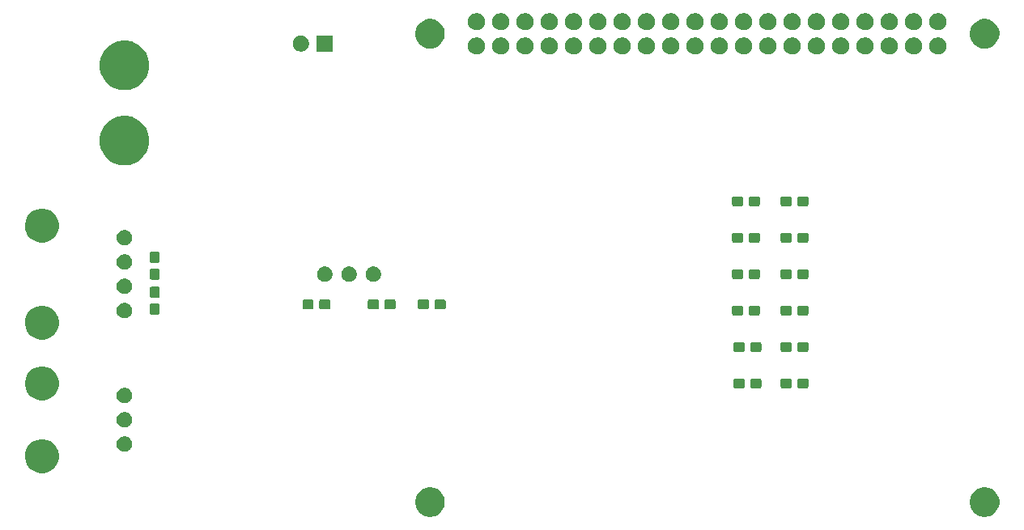
<source format=gbr>
G04 #@! TF.GenerationSoftware,KiCad,Pcbnew,(5.0.0)*
G04 #@! TF.CreationDate,2019-09-27T20:42:56-05:00*
G04 #@! TF.ProjectId,RaspberryPiBreakout_Hardware,5261737062657272795069427265616B,rev?*
G04 #@! TF.SameCoordinates,Original*
G04 #@! TF.FileFunction,Soldermask,Top*
G04 #@! TF.FilePolarity,Negative*
%FSLAX46Y46*%
G04 Gerber Fmt 4.6, Leading zero omitted, Abs format (unit mm)*
G04 Created by KiCad (PCBNEW (5.0.0)) date 09/27/19 20:42:56*
%MOMM*%
%LPD*%
G01*
G04 APERTURE LIST*
%ADD10C,0.100000*%
G04 APERTURE END LIST*
D10*
G36*
X176672527Y-125212736D02*
X176772410Y-125232604D01*
X177054674Y-125349521D01*
X177308705Y-125519259D01*
X177524741Y-125735295D01*
X177694479Y-125989326D01*
X177811396Y-126271590D01*
X177871000Y-126571240D01*
X177871000Y-126876760D01*
X177811396Y-127176410D01*
X177694479Y-127458674D01*
X177524741Y-127712705D01*
X177308705Y-127928741D01*
X177054674Y-128098479D01*
X176772410Y-128215396D01*
X176672527Y-128235264D01*
X176472762Y-128275000D01*
X176167238Y-128275000D01*
X175967473Y-128235264D01*
X175867590Y-128215396D01*
X175585326Y-128098479D01*
X175331295Y-127928741D01*
X175115259Y-127712705D01*
X174945521Y-127458674D01*
X174828604Y-127176410D01*
X174769000Y-126876760D01*
X174769000Y-126571240D01*
X174828604Y-126271590D01*
X174945521Y-125989326D01*
X175115259Y-125735295D01*
X175331295Y-125519259D01*
X175585326Y-125349521D01*
X175867590Y-125232604D01*
X175967473Y-125212736D01*
X176167238Y-125173000D01*
X176472762Y-125173000D01*
X176672527Y-125212736D01*
X176672527Y-125212736D01*
G37*
G36*
X118672527Y-125212736D02*
X118772410Y-125232604D01*
X119054674Y-125349521D01*
X119308705Y-125519259D01*
X119524741Y-125735295D01*
X119694479Y-125989326D01*
X119811396Y-126271590D01*
X119871000Y-126571240D01*
X119871000Y-126876760D01*
X119811396Y-127176410D01*
X119694479Y-127458674D01*
X119524741Y-127712705D01*
X119308705Y-127928741D01*
X119054674Y-128098479D01*
X118772410Y-128215396D01*
X118672527Y-128235264D01*
X118472762Y-128275000D01*
X118167238Y-128275000D01*
X117967473Y-128235264D01*
X117867590Y-128215396D01*
X117585326Y-128098479D01*
X117331295Y-127928741D01*
X117115259Y-127712705D01*
X116945521Y-127458674D01*
X116828604Y-127176410D01*
X116769000Y-126876760D01*
X116769000Y-126571240D01*
X116828604Y-126271590D01*
X116945521Y-125989326D01*
X117115259Y-125735295D01*
X117331295Y-125519259D01*
X117585326Y-125349521D01*
X117867590Y-125232604D01*
X117967473Y-125212736D01*
X118167238Y-125173000D01*
X118472762Y-125173000D01*
X118672527Y-125212736D01*
X118672527Y-125212736D01*
G37*
G36*
X78242037Y-120212250D02*
X78242039Y-120212251D01*
X78242040Y-120212251D01*
X78565251Y-120346129D01*
X78565252Y-120346130D01*
X78856137Y-120540493D01*
X79103507Y-120787863D01*
X79103509Y-120787866D01*
X79297871Y-121078749D01*
X79418705Y-121370470D01*
X79431750Y-121401963D01*
X79443891Y-121463000D01*
X79500000Y-121745079D01*
X79500000Y-122094921D01*
X79431749Y-122438040D01*
X79297871Y-122761251D01*
X79297870Y-122761252D01*
X79103507Y-123052137D01*
X78856137Y-123299507D01*
X78856134Y-123299509D01*
X78565251Y-123493871D01*
X78242040Y-123627749D01*
X78242039Y-123627749D01*
X78242037Y-123627750D01*
X77898922Y-123696000D01*
X77549078Y-123696000D01*
X77205963Y-123627750D01*
X77205961Y-123627749D01*
X77205960Y-123627749D01*
X76882749Y-123493871D01*
X76591866Y-123299509D01*
X76591863Y-123299507D01*
X76344493Y-123052137D01*
X76150130Y-122761252D01*
X76150129Y-122761251D01*
X76016251Y-122438040D01*
X75948000Y-122094921D01*
X75948000Y-121745079D01*
X76004109Y-121463000D01*
X76016250Y-121401963D01*
X76029295Y-121370470D01*
X76150129Y-121078749D01*
X76344491Y-120787866D01*
X76344493Y-120787863D01*
X76591863Y-120540493D01*
X76882748Y-120346130D01*
X76882749Y-120346129D01*
X77205960Y-120212251D01*
X77205961Y-120212251D01*
X77205963Y-120212250D01*
X77549078Y-120144000D01*
X77898922Y-120144000D01*
X78242037Y-120212250D01*
X78242037Y-120212250D01*
G37*
G36*
X86597142Y-119868242D02*
X86745102Y-119929530D01*
X86878258Y-120018502D01*
X86991498Y-120131742D01*
X87080470Y-120264898D01*
X87141758Y-120412858D01*
X87173000Y-120569925D01*
X87173000Y-120730075D01*
X87141758Y-120887142D01*
X87080470Y-121035102D01*
X86991498Y-121168258D01*
X86878258Y-121281498D01*
X86745102Y-121370470D01*
X86597142Y-121431758D01*
X86440075Y-121463000D01*
X86279925Y-121463000D01*
X86122858Y-121431758D01*
X85974898Y-121370470D01*
X85841742Y-121281498D01*
X85728502Y-121168258D01*
X85639530Y-121035102D01*
X85578242Y-120887142D01*
X85547000Y-120730075D01*
X85547000Y-120569925D01*
X85578242Y-120412858D01*
X85639530Y-120264898D01*
X85728502Y-120131742D01*
X85841742Y-120018502D01*
X85974898Y-119929530D01*
X86122858Y-119868242D01*
X86279925Y-119837000D01*
X86440075Y-119837000D01*
X86597142Y-119868242D01*
X86597142Y-119868242D01*
G37*
G36*
X86597142Y-117328242D02*
X86745102Y-117389530D01*
X86878258Y-117478502D01*
X86991498Y-117591742D01*
X87080470Y-117724898D01*
X87141758Y-117872858D01*
X87173000Y-118029925D01*
X87173000Y-118190075D01*
X87141758Y-118347142D01*
X87080470Y-118495102D01*
X86991498Y-118628258D01*
X86878258Y-118741498D01*
X86745102Y-118830470D01*
X86597142Y-118891758D01*
X86440075Y-118923000D01*
X86279925Y-118923000D01*
X86122858Y-118891758D01*
X85974898Y-118830470D01*
X85841742Y-118741498D01*
X85728502Y-118628258D01*
X85639530Y-118495102D01*
X85578242Y-118347142D01*
X85547000Y-118190075D01*
X85547000Y-118029925D01*
X85578242Y-117872858D01*
X85639530Y-117724898D01*
X85728502Y-117591742D01*
X85841742Y-117478502D01*
X85974898Y-117389530D01*
X86122858Y-117328242D01*
X86279925Y-117297000D01*
X86440075Y-117297000D01*
X86597142Y-117328242D01*
X86597142Y-117328242D01*
G37*
G36*
X86597142Y-114788242D02*
X86745102Y-114849530D01*
X86878258Y-114938502D01*
X86991498Y-115051742D01*
X87080470Y-115184898D01*
X87141758Y-115332858D01*
X87173000Y-115489925D01*
X87173000Y-115650075D01*
X87141758Y-115807142D01*
X87080470Y-115955102D01*
X86991498Y-116088258D01*
X86878258Y-116201498D01*
X86745102Y-116290470D01*
X86597142Y-116351758D01*
X86440075Y-116383000D01*
X86279925Y-116383000D01*
X86122858Y-116351758D01*
X85974898Y-116290470D01*
X85841742Y-116201498D01*
X85728502Y-116088258D01*
X85639530Y-115955102D01*
X85578242Y-115807142D01*
X85547000Y-115650075D01*
X85547000Y-115489925D01*
X85578242Y-115332858D01*
X85639530Y-115184898D01*
X85728502Y-115051742D01*
X85841742Y-114938502D01*
X85974898Y-114849530D01*
X86122858Y-114788242D01*
X86279925Y-114757000D01*
X86440075Y-114757000D01*
X86597142Y-114788242D01*
X86597142Y-114788242D01*
G37*
G36*
X78242037Y-112592250D02*
X78242039Y-112592251D01*
X78242040Y-112592251D01*
X78565251Y-112726129D01*
X78565252Y-112726130D01*
X78856137Y-112920493D01*
X79103507Y-113167863D01*
X79103509Y-113167866D01*
X79297871Y-113458749D01*
X79428452Y-113774000D01*
X79431750Y-113781963D01*
X79500000Y-114125078D01*
X79500000Y-114474922D01*
X79433313Y-114810181D01*
X79431749Y-114818040D01*
X79297871Y-115141251D01*
X79169844Y-115332857D01*
X79103507Y-115432137D01*
X78856137Y-115679507D01*
X78856134Y-115679509D01*
X78565251Y-115873871D01*
X78242040Y-116007749D01*
X78242039Y-116007749D01*
X78242037Y-116007750D01*
X77898922Y-116076000D01*
X77549078Y-116076000D01*
X77205963Y-116007750D01*
X77205961Y-116007749D01*
X77205960Y-116007749D01*
X76882749Y-115873871D01*
X76591866Y-115679509D01*
X76591863Y-115679507D01*
X76344493Y-115432137D01*
X76278156Y-115332857D01*
X76150129Y-115141251D01*
X76016251Y-114818040D01*
X76014688Y-114810181D01*
X75948000Y-114474922D01*
X75948000Y-114125078D01*
X76016250Y-113781963D01*
X76019548Y-113774000D01*
X76150129Y-113458749D01*
X76344491Y-113167866D01*
X76344493Y-113167863D01*
X76591863Y-112920493D01*
X76882748Y-112726130D01*
X76882749Y-112726129D01*
X77205960Y-112592251D01*
X77205961Y-112592251D01*
X77205963Y-112592250D01*
X77549078Y-112524000D01*
X77898922Y-112524000D01*
X78242037Y-112592250D01*
X78242037Y-112592250D01*
G37*
G36*
X151064499Y-113778445D02*
X151101993Y-113789819D01*
X151136557Y-113808294D01*
X151166847Y-113833153D01*
X151191706Y-113863443D01*
X151210181Y-113898007D01*
X151221555Y-113935501D01*
X151226000Y-113980638D01*
X151226000Y-114619362D01*
X151221555Y-114664499D01*
X151210181Y-114701993D01*
X151191706Y-114736557D01*
X151166847Y-114766847D01*
X151136557Y-114791706D01*
X151101993Y-114810181D01*
X151064499Y-114821555D01*
X151019362Y-114826000D01*
X150280638Y-114826000D01*
X150235501Y-114821555D01*
X150198007Y-114810181D01*
X150163443Y-114791706D01*
X150133153Y-114766847D01*
X150108294Y-114736557D01*
X150089819Y-114701993D01*
X150078445Y-114664499D01*
X150074000Y-114619362D01*
X150074000Y-113980638D01*
X150078445Y-113935501D01*
X150089819Y-113898007D01*
X150108294Y-113863443D01*
X150133153Y-113833153D01*
X150163443Y-113808294D01*
X150198007Y-113789819D01*
X150235501Y-113778445D01*
X150280638Y-113774000D01*
X151019362Y-113774000D01*
X151064499Y-113778445D01*
X151064499Y-113778445D01*
G37*
G36*
X152814499Y-113778445D02*
X152851993Y-113789819D01*
X152886557Y-113808294D01*
X152916847Y-113833153D01*
X152941706Y-113863443D01*
X152960181Y-113898007D01*
X152971555Y-113935501D01*
X152976000Y-113980638D01*
X152976000Y-114619362D01*
X152971555Y-114664499D01*
X152960181Y-114701993D01*
X152941706Y-114736557D01*
X152916847Y-114766847D01*
X152886557Y-114791706D01*
X152851993Y-114810181D01*
X152814499Y-114821555D01*
X152769362Y-114826000D01*
X152030638Y-114826000D01*
X151985501Y-114821555D01*
X151948007Y-114810181D01*
X151913443Y-114791706D01*
X151883153Y-114766847D01*
X151858294Y-114736557D01*
X151839819Y-114701993D01*
X151828445Y-114664499D01*
X151824000Y-114619362D01*
X151824000Y-113980638D01*
X151828445Y-113935501D01*
X151839819Y-113898007D01*
X151858294Y-113863443D01*
X151883153Y-113833153D01*
X151913443Y-113808294D01*
X151948007Y-113789819D01*
X151985501Y-113778445D01*
X152030638Y-113774000D01*
X152769362Y-113774000D01*
X152814499Y-113778445D01*
X152814499Y-113778445D01*
G37*
G36*
X157739499Y-113778445D02*
X157776993Y-113789819D01*
X157811557Y-113808294D01*
X157841847Y-113833153D01*
X157866706Y-113863443D01*
X157885181Y-113898007D01*
X157896555Y-113935501D01*
X157901000Y-113980638D01*
X157901000Y-114619362D01*
X157896555Y-114664499D01*
X157885181Y-114701993D01*
X157866706Y-114736557D01*
X157841847Y-114766847D01*
X157811557Y-114791706D01*
X157776993Y-114810181D01*
X157739499Y-114821555D01*
X157694362Y-114826000D01*
X156955638Y-114826000D01*
X156910501Y-114821555D01*
X156873007Y-114810181D01*
X156838443Y-114791706D01*
X156808153Y-114766847D01*
X156783294Y-114736557D01*
X156764819Y-114701993D01*
X156753445Y-114664499D01*
X156749000Y-114619362D01*
X156749000Y-113980638D01*
X156753445Y-113935501D01*
X156764819Y-113898007D01*
X156783294Y-113863443D01*
X156808153Y-113833153D01*
X156838443Y-113808294D01*
X156873007Y-113789819D01*
X156910501Y-113778445D01*
X156955638Y-113774000D01*
X157694362Y-113774000D01*
X157739499Y-113778445D01*
X157739499Y-113778445D01*
G37*
G36*
X155989499Y-113778445D02*
X156026993Y-113789819D01*
X156061557Y-113808294D01*
X156091847Y-113833153D01*
X156116706Y-113863443D01*
X156135181Y-113898007D01*
X156146555Y-113935501D01*
X156151000Y-113980638D01*
X156151000Y-114619362D01*
X156146555Y-114664499D01*
X156135181Y-114701993D01*
X156116706Y-114736557D01*
X156091847Y-114766847D01*
X156061557Y-114791706D01*
X156026993Y-114810181D01*
X155989499Y-114821555D01*
X155944362Y-114826000D01*
X155205638Y-114826000D01*
X155160501Y-114821555D01*
X155123007Y-114810181D01*
X155088443Y-114791706D01*
X155058153Y-114766847D01*
X155033294Y-114736557D01*
X155014819Y-114701993D01*
X155003445Y-114664499D01*
X154999000Y-114619362D01*
X154999000Y-113980638D01*
X155003445Y-113935501D01*
X155014819Y-113898007D01*
X155033294Y-113863443D01*
X155058153Y-113833153D01*
X155088443Y-113808294D01*
X155123007Y-113789819D01*
X155160501Y-113778445D01*
X155205638Y-113774000D01*
X155944362Y-113774000D01*
X155989499Y-113778445D01*
X155989499Y-113778445D01*
G37*
G36*
X157739499Y-109968445D02*
X157776993Y-109979819D01*
X157811557Y-109998294D01*
X157841847Y-110023153D01*
X157866706Y-110053443D01*
X157885181Y-110088007D01*
X157896555Y-110125501D01*
X157901000Y-110170638D01*
X157901000Y-110809362D01*
X157896555Y-110854499D01*
X157885181Y-110891993D01*
X157866706Y-110926557D01*
X157841847Y-110956847D01*
X157811557Y-110981706D01*
X157776993Y-111000181D01*
X157739499Y-111011555D01*
X157694362Y-111016000D01*
X156955638Y-111016000D01*
X156910501Y-111011555D01*
X156873007Y-111000181D01*
X156838443Y-110981706D01*
X156808153Y-110956847D01*
X156783294Y-110926557D01*
X156764819Y-110891993D01*
X156753445Y-110854499D01*
X156749000Y-110809362D01*
X156749000Y-110170638D01*
X156753445Y-110125501D01*
X156764819Y-110088007D01*
X156783294Y-110053443D01*
X156808153Y-110023153D01*
X156838443Y-109998294D01*
X156873007Y-109979819D01*
X156910501Y-109968445D01*
X156955638Y-109964000D01*
X157694362Y-109964000D01*
X157739499Y-109968445D01*
X157739499Y-109968445D01*
G37*
G36*
X155989499Y-109968445D02*
X156026993Y-109979819D01*
X156061557Y-109998294D01*
X156091847Y-110023153D01*
X156116706Y-110053443D01*
X156135181Y-110088007D01*
X156146555Y-110125501D01*
X156151000Y-110170638D01*
X156151000Y-110809362D01*
X156146555Y-110854499D01*
X156135181Y-110891993D01*
X156116706Y-110926557D01*
X156091847Y-110956847D01*
X156061557Y-110981706D01*
X156026993Y-111000181D01*
X155989499Y-111011555D01*
X155944362Y-111016000D01*
X155205638Y-111016000D01*
X155160501Y-111011555D01*
X155123007Y-111000181D01*
X155088443Y-110981706D01*
X155058153Y-110956847D01*
X155033294Y-110926557D01*
X155014819Y-110891993D01*
X155003445Y-110854499D01*
X154999000Y-110809362D01*
X154999000Y-110170638D01*
X155003445Y-110125501D01*
X155014819Y-110088007D01*
X155033294Y-110053443D01*
X155058153Y-110023153D01*
X155088443Y-109998294D01*
X155123007Y-109979819D01*
X155160501Y-109968445D01*
X155205638Y-109964000D01*
X155944362Y-109964000D01*
X155989499Y-109968445D01*
X155989499Y-109968445D01*
G37*
G36*
X151064499Y-109968445D02*
X151101993Y-109979819D01*
X151136557Y-109998294D01*
X151166847Y-110023153D01*
X151191706Y-110053443D01*
X151210181Y-110088007D01*
X151221555Y-110125501D01*
X151226000Y-110170638D01*
X151226000Y-110809362D01*
X151221555Y-110854499D01*
X151210181Y-110891993D01*
X151191706Y-110926557D01*
X151166847Y-110956847D01*
X151136557Y-110981706D01*
X151101993Y-111000181D01*
X151064499Y-111011555D01*
X151019362Y-111016000D01*
X150280638Y-111016000D01*
X150235501Y-111011555D01*
X150198007Y-111000181D01*
X150163443Y-110981706D01*
X150133153Y-110956847D01*
X150108294Y-110926557D01*
X150089819Y-110891993D01*
X150078445Y-110854499D01*
X150074000Y-110809362D01*
X150074000Y-110170638D01*
X150078445Y-110125501D01*
X150089819Y-110088007D01*
X150108294Y-110053443D01*
X150133153Y-110023153D01*
X150163443Y-109998294D01*
X150198007Y-109979819D01*
X150235501Y-109968445D01*
X150280638Y-109964000D01*
X151019362Y-109964000D01*
X151064499Y-109968445D01*
X151064499Y-109968445D01*
G37*
G36*
X152814499Y-109968445D02*
X152851993Y-109979819D01*
X152886557Y-109998294D01*
X152916847Y-110023153D01*
X152941706Y-110053443D01*
X152960181Y-110088007D01*
X152971555Y-110125501D01*
X152976000Y-110170638D01*
X152976000Y-110809362D01*
X152971555Y-110854499D01*
X152960181Y-110891993D01*
X152941706Y-110926557D01*
X152916847Y-110956847D01*
X152886557Y-110981706D01*
X152851993Y-111000181D01*
X152814499Y-111011555D01*
X152769362Y-111016000D01*
X152030638Y-111016000D01*
X151985501Y-111011555D01*
X151948007Y-111000181D01*
X151913443Y-110981706D01*
X151883153Y-110956847D01*
X151858294Y-110926557D01*
X151839819Y-110891993D01*
X151828445Y-110854499D01*
X151824000Y-110809362D01*
X151824000Y-110170638D01*
X151828445Y-110125501D01*
X151839819Y-110088007D01*
X151858294Y-110053443D01*
X151883153Y-110023153D01*
X151913443Y-109998294D01*
X151948007Y-109979819D01*
X151985501Y-109968445D01*
X152030638Y-109964000D01*
X152769362Y-109964000D01*
X152814499Y-109968445D01*
X152814499Y-109968445D01*
G37*
G36*
X78242037Y-106242250D02*
X78242039Y-106242251D01*
X78242040Y-106242251D01*
X78565251Y-106376129D01*
X78665116Y-106442857D01*
X78856137Y-106570493D01*
X79103507Y-106817863D01*
X79103509Y-106817866D01*
X79297871Y-107108749D01*
X79418705Y-107400470D01*
X79431750Y-107431963D01*
X79443891Y-107493000D01*
X79500000Y-107775079D01*
X79500000Y-108124921D01*
X79431749Y-108468040D01*
X79297871Y-108791251D01*
X79297870Y-108791252D01*
X79103507Y-109082137D01*
X78856137Y-109329507D01*
X78856134Y-109329509D01*
X78565251Y-109523871D01*
X78242040Y-109657749D01*
X78242039Y-109657749D01*
X78242037Y-109657750D01*
X77898922Y-109726000D01*
X77549078Y-109726000D01*
X77205963Y-109657750D01*
X77205961Y-109657749D01*
X77205960Y-109657749D01*
X76882749Y-109523871D01*
X76591866Y-109329509D01*
X76591863Y-109329507D01*
X76344493Y-109082137D01*
X76150130Y-108791252D01*
X76150129Y-108791251D01*
X76016251Y-108468040D01*
X75948000Y-108124921D01*
X75948000Y-107775079D01*
X76004109Y-107493000D01*
X76016250Y-107431963D01*
X76029295Y-107400470D01*
X76150129Y-107108749D01*
X76344491Y-106817866D01*
X76344493Y-106817863D01*
X76591863Y-106570493D01*
X76782884Y-106442857D01*
X76882749Y-106376129D01*
X77205960Y-106242251D01*
X77205961Y-106242251D01*
X77205963Y-106242250D01*
X77549078Y-106174000D01*
X77898922Y-106174000D01*
X78242037Y-106242250D01*
X78242037Y-106242250D01*
G37*
G36*
X86597142Y-105898242D02*
X86745102Y-105959530D01*
X86780667Y-105983294D01*
X86878257Y-106048501D01*
X86991499Y-106161743D01*
X87015941Y-106198323D01*
X87080470Y-106294898D01*
X87141758Y-106442858D01*
X87173000Y-106599925D01*
X87173000Y-106760075D01*
X87141758Y-106917142D01*
X87080470Y-107065102D01*
X87064425Y-107089115D01*
X87009240Y-107171706D01*
X86991498Y-107198258D01*
X86878258Y-107311498D01*
X86745102Y-107400470D01*
X86597142Y-107461758D01*
X86440075Y-107493000D01*
X86279925Y-107493000D01*
X86122858Y-107461758D01*
X85974898Y-107400470D01*
X85841742Y-107311498D01*
X85728502Y-107198258D01*
X85710761Y-107171706D01*
X85655575Y-107089115D01*
X85639530Y-107065102D01*
X85578242Y-106917142D01*
X85547000Y-106760075D01*
X85547000Y-106599925D01*
X85578242Y-106442858D01*
X85639530Y-106294898D01*
X85704059Y-106198323D01*
X85728501Y-106161743D01*
X85841743Y-106048501D01*
X85939333Y-105983294D01*
X85974898Y-105959530D01*
X86122858Y-105898242D01*
X86279925Y-105867000D01*
X86440075Y-105867000D01*
X86597142Y-105898242D01*
X86597142Y-105898242D01*
G37*
G36*
X157739499Y-106158445D02*
X157776993Y-106169819D01*
X157811557Y-106188294D01*
X157841847Y-106213153D01*
X157866706Y-106243443D01*
X157885181Y-106278007D01*
X157896555Y-106315501D01*
X157901000Y-106360638D01*
X157901000Y-106999362D01*
X157896555Y-107044499D01*
X157885181Y-107081993D01*
X157866706Y-107116557D01*
X157841847Y-107146847D01*
X157811557Y-107171706D01*
X157776993Y-107190181D01*
X157739499Y-107201555D01*
X157694362Y-107206000D01*
X156955638Y-107206000D01*
X156910501Y-107201555D01*
X156873007Y-107190181D01*
X156838443Y-107171706D01*
X156808153Y-107146847D01*
X156783294Y-107116557D01*
X156764819Y-107081993D01*
X156753445Y-107044499D01*
X156749000Y-106999362D01*
X156749000Y-106360638D01*
X156753445Y-106315501D01*
X156764819Y-106278007D01*
X156783294Y-106243443D01*
X156808153Y-106213153D01*
X156838443Y-106188294D01*
X156873007Y-106169819D01*
X156910501Y-106158445D01*
X156955638Y-106154000D01*
X157694362Y-106154000D01*
X157739499Y-106158445D01*
X157739499Y-106158445D01*
G37*
G36*
X155989499Y-106158445D02*
X156026993Y-106169819D01*
X156061557Y-106188294D01*
X156091847Y-106213153D01*
X156116706Y-106243443D01*
X156135181Y-106278007D01*
X156146555Y-106315501D01*
X156151000Y-106360638D01*
X156151000Y-106999362D01*
X156146555Y-107044499D01*
X156135181Y-107081993D01*
X156116706Y-107116557D01*
X156091847Y-107146847D01*
X156061557Y-107171706D01*
X156026993Y-107190181D01*
X155989499Y-107201555D01*
X155944362Y-107206000D01*
X155205638Y-107206000D01*
X155160501Y-107201555D01*
X155123007Y-107190181D01*
X155088443Y-107171706D01*
X155058153Y-107146847D01*
X155033294Y-107116557D01*
X155014819Y-107081993D01*
X155003445Y-107044499D01*
X154999000Y-106999362D01*
X154999000Y-106360638D01*
X155003445Y-106315501D01*
X155014819Y-106278007D01*
X155033294Y-106243443D01*
X155058153Y-106213153D01*
X155088443Y-106188294D01*
X155123007Y-106169819D01*
X155160501Y-106158445D01*
X155205638Y-106154000D01*
X155944362Y-106154000D01*
X155989499Y-106158445D01*
X155989499Y-106158445D01*
G37*
G36*
X152659499Y-106158445D02*
X152696993Y-106169819D01*
X152731557Y-106188294D01*
X152761847Y-106213153D01*
X152786706Y-106243443D01*
X152805181Y-106278007D01*
X152816555Y-106315501D01*
X152821000Y-106360638D01*
X152821000Y-106999362D01*
X152816555Y-107044499D01*
X152805181Y-107081993D01*
X152786706Y-107116557D01*
X152761847Y-107146847D01*
X152731557Y-107171706D01*
X152696993Y-107190181D01*
X152659499Y-107201555D01*
X152614362Y-107206000D01*
X151875638Y-107206000D01*
X151830501Y-107201555D01*
X151793007Y-107190181D01*
X151758443Y-107171706D01*
X151728153Y-107146847D01*
X151703294Y-107116557D01*
X151684819Y-107081993D01*
X151673445Y-107044499D01*
X151669000Y-106999362D01*
X151669000Y-106360638D01*
X151673445Y-106315501D01*
X151684819Y-106278007D01*
X151703294Y-106243443D01*
X151728153Y-106213153D01*
X151758443Y-106188294D01*
X151793007Y-106169819D01*
X151830501Y-106158445D01*
X151875638Y-106154000D01*
X152614362Y-106154000D01*
X152659499Y-106158445D01*
X152659499Y-106158445D01*
G37*
G36*
X150909499Y-106158445D02*
X150946993Y-106169819D01*
X150981557Y-106188294D01*
X151011847Y-106213153D01*
X151036706Y-106243443D01*
X151055181Y-106278007D01*
X151066555Y-106315501D01*
X151071000Y-106360638D01*
X151071000Y-106999362D01*
X151066555Y-107044499D01*
X151055181Y-107081993D01*
X151036706Y-107116557D01*
X151011847Y-107146847D01*
X150981557Y-107171706D01*
X150946993Y-107190181D01*
X150909499Y-107201555D01*
X150864362Y-107206000D01*
X150125638Y-107206000D01*
X150080501Y-107201555D01*
X150043007Y-107190181D01*
X150008443Y-107171706D01*
X149978153Y-107146847D01*
X149953294Y-107116557D01*
X149934819Y-107081993D01*
X149923445Y-107044499D01*
X149919000Y-106999362D01*
X149919000Y-106360638D01*
X149923445Y-106315501D01*
X149934819Y-106278007D01*
X149953294Y-106243443D01*
X149978153Y-106213153D01*
X150008443Y-106188294D01*
X150043007Y-106169819D01*
X150080501Y-106158445D01*
X150125638Y-106154000D01*
X150864362Y-106154000D01*
X150909499Y-106158445D01*
X150909499Y-106158445D01*
G37*
G36*
X89899499Y-105953445D02*
X89936993Y-105964819D01*
X89971557Y-105983294D01*
X90001847Y-106008153D01*
X90026706Y-106038443D01*
X90045181Y-106073007D01*
X90056555Y-106110501D01*
X90061000Y-106155638D01*
X90061000Y-106894362D01*
X90056555Y-106939499D01*
X90045181Y-106976993D01*
X90026706Y-107011557D01*
X90001847Y-107041847D01*
X89971557Y-107066706D01*
X89936993Y-107085181D01*
X89899499Y-107096555D01*
X89854362Y-107101000D01*
X89215638Y-107101000D01*
X89170501Y-107096555D01*
X89133007Y-107085181D01*
X89098443Y-107066706D01*
X89068153Y-107041847D01*
X89043294Y-107011557D01*
X89024819Y-106976993D01*
X89013445Y-106939499D01*
X89009000Y-106894362D01*
X89009000Y-106155638D01*
X89013445Y-106110501D01*
X89024819Y-106073007D01*
X89043294Y-106038443D01*
X89068153Y-106008153D01*
X89098443Y-105983294D01*
X89133007Y-105964819D01*
X89170501Y-105953445D01*
X89215638Y-105949000D01*
X89854362Y-105949000D01*
X89899499Y-105953445D01*
X89899499Y-105953445D01*
G37*
G36*
X118044499Y-105523445D02*
X118081993Y-105534819D01*
X118116557Y-105553294D01*
X118146847Y-105578153D01*
X118171706Y-105608443D01*
X118190181Y-105643007D01*
X118201555Y-105680501D01*
X118206000Y-105725638D01*
X118206000Y-106364362D01*
X118201555Y-106409499D01*
X118190181Y-106446993D01*
X118171706Y-106481557D01*
X118146847Y-106511847D01*
X118116557Y-106536706D01*
X118081993Y-106555181D01*
X118044499Y-106566555D01*
X117999362Y-106571000D01*
X117260638Y-106571000D01*
X117215501Y-106566555D01*
X117178007Y-106555181D01*
X117143443Y-106536706D01*
X117113153Y-106511847D01*
X117088294Y-106481557D01*
X117069819Y-106446993D01*
X117058445Y-106409499D01*
X117054000Y-106364362D01*
X117054000Y-105725638D01*
X117058445Y-105680501D01*
X117069819Y-105643007D01*
X117088294Y-105608443D01*
X117113153Y-105578153D01*
X117143443Y-105553294D01*
X117178007Y-105534819D01*
X117215501Y-105523445D01*
X117260638Y-105519000D01*
X117999362Y-105519000D01*
X118044499Y-105523445D01*
X118044499Y-105523445D01*
G37*
G36*
X105979499Y-105523445D02*
X106016993Y-105534819D01*
X106051557Y-105553294D01*
X106081847Y-105578153D01*
X106106706Y-105608443D01*
X106125181Y-105643007D01*
X106136555Y-105680501D01*
X106141000Y-105725638D01*
X106141000Y-106364362D01*
X106136555Y-106409499D01*
X106125181Y-106446993D01*
X106106706Y-106481557D01*
X106081847Y-106511847D01*
X106051557Y-106536706D01*
X106016993Y-106555181D01*
X105979499Y-106566555D01*
X105934362Y-106571000D01*
X105195638Y-106571000D01*
X105150501Y-106566555D01*
X105113007Y-106555181D01*
X105078443Y-106536706D01*
X105048153Y-106511847D01*
X105023294Y-106481557D01*
X105004819Y-106446993D01*
X104993445Y-106409499D01*
X104989000Y-106364362D01*
X104989000Y-105725638D01*
X104993445Y-105680501D01*
X105004819Y-105643007D01*
X105023294Y-105608443D01*
X105048153Y-105578153D01*
X105078443Y-105553294D01*
X105113007Y-105534819D01*
X105150501Y-105523445D01*
X105195638Y-105519000D01*
X105934362Y-105519000D01*
X105979499Y-105523445D01*
X105979499Y-105523445D01*
G37*
G36*
X107729499Y-105523445D02*
X107766993Y-105534819D01*
X107801557Y-105553294D01*
X107831847Y-105578153D01*
X107856706Y-105608443D01*
X107875181Y-105643007D01*
X107886555Y-105680501D01*
X107891000Y-105725638D01*
X107891000Y-106364362D01*
X107886555Y-106409499D01*
X107875181Y-106446993D01*
X107856706Y-106481557D01*
X107831847Y-106511847D01*
X107801557Y-106536706D01*
X107766993Y-106555181D01*
X107729499Y-106566555D01*
X107684362Y-106571000D01*
X106945638Y-106571000D01*
X106900501Y-106566555D01*
X106863007Y-106555181D01*
X106828443Y-106536706D01*
X106798153Y-106511847D01*
X106773294Y-106481557D01*
X106754819Y-106446993D01*
X106743445Y-106409499D01*
X106739000Y-106364362D01*
X106739000Y-105725638D01*
X106743445Y-105680501D01*
X106754819Y-105643007D01*
X106773294Y-105608443D01*
X106798153Y-105578153D01*
X106828443Y-105553294D01*
X106863007Y-105534819D01*
X106900501Y-105523445D01*
X106945638Y-105519000D01*
X107684362Y-105519000D01*
X107729499Y-105523445D01*
X107729499Y-105523445D01*
G37*
G36*
X114559499Y-105523445D02*
X114596993Y-105534819D01*
X114631557Y-105553294D01*
X114661847Y-105578153D01*
X114686706Y-105608443D01*
X114705181Y-105643007D01*
X114716555Y-105680501D01*
X114721000Y-105725638D01*
X114721000Y-106364362D01*
X114716555Y-106409499D01*
X114705181Y-106446993D01*
X114686706Y-106481557D01*
X114661847Y-106511847D01*
X114631557Y-106536706D01*
X114596993Y-106555181D01*
X114559499Y-106566555D01*
X114514362Y-106571000D01*
X113775638Y-106571000D01*
X113730501Y-106566555D01*
X113693007Y-106555181D01*
X113658443Y-106536706D01*
X113628153Y-106511847D01*
X113603294Y-106481557D01*
X113584819Y-106446993D01*
X113573445Y-106409499D01*
X113569000Y-106364362D01*
X113569000Y-105725638D01*
X113573445Y-105680501D01*
X113584819Y-105643007D01*
X113603294Y-105608443D01*
X113628153Y-105578153D01*
X113658443Y-105553294D01*
X113693007Y-105534819D01*
X113730501Y-105523445D01*
X113775638Y-105519000D01*
X114514362Y-105519000D01*
X114559499Y-105523445D01*
X114559499Y-105523445D01*
G37*
G36*
X119794499Y-105523445D02*
X119831993Y-105534819D01*
X119866557Y-105553294D01*
X119896847Y-105578153D01*
X119921706Y-105608443D01*
X119940181Y-105643007D01*
X119951555Y-105680501D01*
X119956000Y-105725638D01*
X119956000Y-106364362D01*
X119951555Y-106409499D01*
X119940181Y-106446993D01*
X119921706Y-106481557D01*
X119896847Y-106511847D01*
X119866557Y-106536706D01*
X119831993Y-106555181D01*
X119794499Y-106566555D01*
X119749362Y-106571000D01*
X119010638Y-106571000D01*
X118965501Y-106566555D01*
X118928007Y-106555181D01*
X118893443Y-106536706D01*
X118863153Y-106511847D01*
X118838294Y-106481557D01*
X118819819Y-106446993D01*
X118808445Y-106409499D01*
X118804000Y-106364362D01*
X118804000Y-105725638D01*
X118808445Y-105680501D01*
X118819819Y-105643007D01*
X118838294Y-105608443D01*
X118863153Y-105578153D01*
X118893443Y-105553294D01*
X118928007Y-105534819D01*
X118965501Y-105523445D01*
X119010638Y-105519000D01*
X119749362Y-105519000D01*
X119794499Y-105523445D01*
X119794499Y-105523445D01*
G37*
G36*
X112809499Y-105523445D02*
X112846993Y-105534819D01*
X112881557Y-105553294D01*
X112911847Y-105578153D01*
X112936706Y-105608443D01*
X112955181Y-105643007D01*
X112966555Y-105680501D01*
X112971000Y-105725638D01*
X112971000Y-106364362D01*
X112966555Y-106409499D01*
X112955181Y-106446993D01*
X112936706Y-106481557D01*
X112911847Y-106511847D01*
X112881557Y-106536706D01*
X112846993Y-106555181D01*
X112809499Y-106566555D01*
X112764362Y-106571000D01*
X112025638Y-106571000D01*
X111980501Y-106566555D01*
X111943007Y-106555181D01*
X111908443Y-106536706D01*
X111878153Y-106511847D01*
X111853294Y-106481557D01*
X111834819Y-106446993D01*
X111823445Y-106409499D01*
X111819000Y-106364362D01*
X111819000Y-105725638D01*
X111823445Y-105680501D01*
X111834819Y-105643007D01*
X111853294Y-105608443D01*
X111878153Y-105578153D01*
X111908443Y-105553294D01*
X111943007Y-105534819D01*
X111980501Y-105523445D01*
X112025638Y-105519000D01*
X112764362Y-105519000D01*
X112809499Y-105523445D01*
X112809499Y-105523445D01*
G37*
G36*
X89899499Y-104203445D02*
X89936993Y-104214819D01*
X89971557Y-104233294D01*
X90001847Y-104258153D01*
X90026706Y-104288443D01*
X90045181Y-104323007D01*
X90056555Y-104360501D01*
X90061000Y-104405638D01*
X90061000Y-105144362D01*
X90056555Y-105189499D01*
X90045181Y-105226993D01*
X90026706Y-105261557D01*
X90001847Y-105291847D01*
X89971557Y-105316706D01*
X89936993Y-105335181D01*
X89899499Y-105346555D01*
X89854362Y-105351000D01*
X89215638Y-105351000D01*
X89170501Y-105346555D01*
X89133007Y-105335181D01*
X89098443Y-105316706D01*
X89068153Y-105291847D01*
X89043294Y-105261557D01*
X89024819Y-105226993D01*
X89013445Y-105189499D01*
X89009000Y-105144362D01*
X89009000Y-104405638D01*
X89013445Y-104360501D01*
X89024819Y-104323007D01*
X89043294Y-104288443D01*
X89068153Y-104258153D01*
X89098443Y-104233294D01*
X89133007Y-104214819D01*
X89170501Y-104203445D01*
X89215638Y-104199000D01*
X89854362Y-104199000D01*
X89899499Y-104203445D01*
X89899499Y-104203445D01*
G37*
G36*
X86597142Y-103358242D02*
X86677565Y-103391555D01*
X86726214Y-103411706D01*
X86745102Y-103419530D01*
X86784717Y-103446000D01*
X86878257Y-103508501D01*
X86991499Y-103621743D01*
X87011554Y-103651758D01*
X87080470Y-103754898D01*
X87141758Y-103902858D01*
X87173000Y-104059925D01*
X87173000Y-104220075D01*
X87141758Y-104377142D01*
X87080470Y-104525102D01*
X86991498Y-104658258D01*
X86878258Y-104771498D01*
X86745102Y-104860470D01*
X86597142Y-104921758D01*
X86440075Y-104953000D01*
X86279925Y-104953000D01*
X86122858Y-104921758D01*
X85974898Y-104860470D01*
X85841742Y-104771498D01*
X85728502Y-104658258D01*
X85639530Y-104525102D01*
X85578242Y-104377142D01*
X85547000Y-104220075D01*
X85547000Y-104059925D01*
X85578242Y-103902858D01*
X85639530Y-103754898D01*
X85708446Y-103651758D01*
X85728501Y-103621743D01*
X85841743Y-103508501D01*
X85935283Y-103446000D01*
X85974898Y-103419530D01*
X85993787Y-103411706D01*
X86042435Y-103391555D01*
X86122858Y-103358242D01*
X86279925Y-103327000D01*
X86440075Y-103327000D01*
X86597142Y-103358242D01*
X86597142Y-103358242D01*
G37*
G36*
X112632142Y-102088242D02*
X112780102Y-102149530D01*
X112847130Y-102194317D01*
X112913257Y-102238501D01*
X113026499Y-102351743D01*
X113046554Y-102381758D01*
X113115470Y-102484898D01*
X113176758Y-102632858D01*
X113208000Y-102789925D01*
X113208000Y-102950075D01*
X113176758Y-103107142D01*
X113115470Y-103255102D01*
X113081089Y-103306557D01*
X113026499Y-103388257D01*
X112913257Y-103501499D01*
X112902776Y-103508502D01*
X112780102Y-103590470D01*
X112632142Y-103651758D01*
X112475075Y-103683000D01*
X112314925Y-103683000D01*
X112157858Y-103651758D01*
X112009898Y-103590470D01*
X111887224Y-103508502D01*
X111876743Y-103501499D01*
X111763501Y-103388257D01*
X111708911Y-103306557D01*
X111674530Y-103255102D01*
X111613242Y-103107142D01*
X111582000Y-102950075D01*
X111582000Y-102789925D01*
X111613242Y-102632858D01*
X111674530Y-102484898D01*
X111743446Y-102381758D01*
X111763501Y-102351743D01*
X111876743Y-102238501D01*
X111942870Y-102194317D01*
X112009898Y-102149530D01*
X112157858Y-102088242D01*
X112314925Y-102057000D01*
X112475075Y-102057000D01*
X112632142Y-102088242D01*
X112632142Y-102088242D01*
G37*
G36*
X107552142Y-102088242D02*
X107700102Y-102149530D01*
X107767130Y-102194317D01*
X107833257Y-102238501D01*
X107946499Y-102351743D01*
X107966554Y-102381758D01*
X108035470Y-102484898D01*
X108096758Y-102632858D01*
X108128000Y-102789925D01*
X108128000Y-102950075D01*
X108096758Y-103107142D01*
X108035470Y-103255102D01*
X108001089Y-103306557D01*
X107946499Y-103388257D01*
X107833257Y-103501499D01*
X107822776Y-103508502D01*
X107700102Y-103590470D01*
X107552142Y-103651758D01*
X107395075Y-103683000D01*
X107234925Y-103683000D01*
X107077858Y-103651758D01*
X106929898Y-103590470D01*
X106807224Y-103508502D01*
X106796743Y-103501499D01*
X106683501Y-103388257D01*
X106628911Y-103306557D01*
X106594530Y-103255102D01*
X106533242Y-103107142D01*
X106502000Y-102950075D01*
X106502000Y-102789925D01*
X106533242Y-102632858D01*
X106594530Y-102484898D01*
X106663446Y-102381758D01*
X106683501Y-102351743D01*
X106796743Y-102238501D01*
X106862870Y-102194317D01*
X106929898Y-102149530D01*
X107077858Y-102088242D01*
X107234925Y-102057000D01*
X107395075Y-102057000D01*
X107552142Y-102088242D01*
X107552142Y-102088242D01*
G37*
G36*
X110092142Y-102088242D02*
X110240102Y-102149530D01*
X110307130Y-102194317D01*
X110373257Y-102238501D01*
X110486499Y-102351743D01*
X110506554Y-102381758D01*
X110575470Y-102484898D01*
X110636758Y-102632858D01*
X110668000Y-102789925D01*
X110668000Y-102950075D01*
X110636758Y-103107142D01*
X110575470Y-103255102D01*
X110541089Y-103306557D01*
X110486499Y-103388257D01*
X110373257Y-103501499D01*
X110362776Y-103508502D01*
X110240102Y-103590470D01*
X110092142Y-103651758D01*
X109935075Y-103683000D01*
X109774925Y-103683000D01*
X109617858Y-103651758D01*
X109469898Y-103590470D01*
X109347224Y-103508502D01*
X109336743Y-103501499D01*
X109223501Y-103388257D01*
X109168911Y-103306557D01*
X109134530Y-103255102D01*
X109073242Y-103107142D01*
X109042000Y-102950075D01*
X109042000Y-102789925D01*
X109073242Y-102632858D01*
X109134530Y-102484898D01*
X109203446Y-102381758D01*
X109223501Y-102351743D01*
X109336743Y-102238501D01*
X109402870Y-102194317D01*
X109469898Y-102149530D01*
X109617858Y-102088242D01*
X109774925Y-102057000D01*
X109935075Y-102057000D01*
X110092142Y-102088242D01*
X110092142Y-102088242D01*
G37*
G36*
X89899499Y-102298445D02*
X89936993Y-102309819D01*
X89971557Y-102328294D01*
X90001847Y-102353153D01*
X90026706Y-102383443D01*
X90045181Y-102418007D01*
X90056555Y-102455501D01*
X90061000Y-102500638D01*
X90061000Y-103239362D01*
X90056555Y-103284499D01*
X90045181Y-103321993D01*
X90026706Y-103356557D01*
X90001847Y-103386847D01*
X89971557Y-103411706D01*
X89936993Y-103430181D01*
X89899499Y-103441555D01*
X89854362Y-103446000D01*
X89215638Y-103446000D01*
X89170501Y-103441555D01*
X89133007Y-103430181D01*
X89098443Y-103411706D01*
X89068153Y-103386847D01*
X89043294Y-103356557D01*
X89024819Y-103321993D01*
X89013445Y-103284499D01*
X89009000Y-103239362D01*
X89009000Y-102500638D01*
X89013445Y-102455501D01*
X89024819Y-102418007D01*
X89043294Y-102383443D01*
X89068153Y-102353153D01*
X89098443Y-102328294D01*
X89133007Y-102309819D01*
X89170501Y-102298445D01*
X89215638Y-102294000D01*
X89854362Y-102294000D01*
X89899499Y-102298445D01*
X89899499Y-102298445D01*
G37*
G36*
X155989499Y-102348445D02*
X156026993Y-102359819D01*
X156061557Y-102378294D01*
X156091847Y-102403153D01*
X156116706Y-102433443D01*
X156135181Y-102468007D01*
X156146555Y-102505501D01*
X156151000Y-102550638D01*
X156151000Y-103189362D01*
X156146555Y-103234499D01*
X156135181Y-103271993D01*
X156116706Y-103306557D01*
X156091847Y-103336847D01*
X156061557Y-103361706D01*
X156026993Y-103380181D01*
X155989499Y-103391555D01*
X155944362Y-103396000D01*
X155205638Y-103396000D01*
X155160501Y-103391555D01*
X155123007Y-103380181D01*
X155088443Y-103361706D01*
X155058153Y-103336847D01*
X155033294Y-103306557D01*
X155014819Y-103271993D01*
X155003445Y-103234499D01*
X154999000Y-103189362D01*
X154999000Y-102550638D01*
X155003445Y-102505501D01*
X155014819Y-102468007D01*
X155033294Y-102433443D01*
X155058153Y-102403153D01*
X155088443Y-102378294D01*
X155123007Y-102359819D01*
X155160501Y-102348445D01*
X155205638Y-102344000D01*
X155944362Y-102344000D01*
X155989499Y-102348445D01*
X155989499Y-102348445D01*
G37*
G36*
X157739499Y-102348445D02*
X157776993Y-102359819D01*
X157811557Y-102378294D01*
X157841847Y-102403153D01*
X157866706Y-102433443D01*
X157885181Y-102468007D01*
X157896555Y-102505501D01*
X157901000Y-102550638D01*
X157901000Y-103189362D01*
X157896555Y-103234499D01*
X157885181Y-103271993D01*
X157866706Y-103306557D01*
X157841847Y-103336847D01*
X157811557Y-103361706D01*
X157776993Y-103380181D01*
X157739499Y-103391555D01*
X157694362Y-103396000D01*
X156955638Y-103396000D01*
X156910501Y-103391555D01*
X156873007Y-103380181D01*
X156838443Y-103361706D01*
X156808153Y-103336847D01*
X156783294Y-103306557D01*
X156764819Y-103271993D01*
X156753445Y-103234499D01*
X156749000Y-103189362D01*
X156749000Y-102550638D01*
X156753445Y-102505501D01*
X156764819Y-102468007D01*
X156783294Y-102433443D01*
X156808153Y-102403153D01*
X156838443Y-102378294D01*
X156873007Y-102359819D01*
X156910501Y-102348445D01*
X156955638Y-102344000D01*
X157694362Y-102344000D01*
X157739499Y-102348445D01*
X157739499Y-102348445D01*
G37*
G36*
X150909499Y-102348445D02*
X150946993Y-102359819D01*
X150981557Y-102378294D01*
X151011847Y-102403153D01*
X151036706Y-102433443D01*
X151055181Y-102468007D01*
X151066555Y-102505501D01*
X151071000Y-102550638D01*
X151071000Y-103189362D01*
X151066555Y-103234499D01*
X151055181Y-103271993D01*
X151036706Y-103306557D01*
X151011847Y-103336847D01*
X150981557Y-103361706D01*
X150946993Y-103380181D01*
X150909499Y-103391555D01*
X150864362Y-103396000D01*
X150125638Y-103396000D01*
X150080501Y-103391555D01*
X150043007Y-103380181D01*
X150008443Y-103361706D01*
X149978153Y-103336847D01*
X149953294Y-103306557D01*
X149934819Y-103271993D01*
X149923445Y-103234499D01*
X149919000Y-103189362D01*
X149919000Y-102550638D01*
X149923445Y-102505501D01*
X149934819Y-102468007D01*
X149953294Y-102433443D01*
X149978153Y-102403153D01*
X150008443Y-102378294D01*
X150043007Y-102359819D01*
X150080501Y-102348445D01*
X150125638Y-102344000D01*
X150864362Y-102344000D01*
X150909499Y-102348445D01*
X150909499Y-102348445D01*
G37*
G36*
X152659499Y-102348445D02*
X152696993Y-102359819D01*
X152731557Y-102378294D01*
X152761847Y-102403153D01*
X152786706Y-102433443D01*
X152805181Y-102468007D01*
X152816555Y-102505501D01*
X152821000Y-102550638D01*
X152821000Y-103189362D01*
X152816555Y-103234499D01*
X152805181Y-103271993D01*
X152786706Y-103306557D01*
X152761847Y-103336847D01*
X152731557Y-103361706D01*
X152696993Y-103380181D01*
X152659499Y-103391555D01*
X152614362Y-103396000D01*
X151875638Y-103396000D01*
X151830501Y-103391555D01*
X151793007Y-103380181D01*
X151758443Y-103361706D01*
X151728153Y-103336847D01*
X151703294Y-103306557D01*
X151684819Y-103271993D01*
X151673445Y-103234499D01*
X151669000Y-103189362D01*
X151669000Y-102550638D01*
X151673445Y-102505501D01*
X151684819Y-102468007D01*
X151703294Y-102433443D01*
X151728153Y-102403153D01*
X151758443Y-102378294D01*
X151793007Y-102359819D01*
X151830501Y-102348445D01*
X151875638Y-102344000D01*
X152614362Y-102344000D01*
X152659499Y-102348445D01*
X152659499Y-102348445D01*
G37*
G36*
X86597142Y-100818242D02*
X86745102Y-100879530D01*
X86878258Y-100968502D01*
X86991498Y-101081742D01*
X87080470Y-101214898D01*
X87141758Y-101362858D01*
X87173000Y-101519925D01*
X87173000Y-101680075D01*
X87141758Y-101837142D01*
X87094354Y-101951583D01*
X87080471Y-101985100D01*
X86991499Y-102118257D01*
X86878257Y-102231499D01*
X86867776Y-102238502D01*
X86745102Y-102320470D01*
X86745101Y-102320471D01*
X86745100Y-102320471D01*
X86711583Y-102334354D01*
X86597142Y-102381758D01*
X86440075Y-102413000D01*
X86279925Y-102413000D01*
X86122858Y-102381758D01*
X86008417Y-102334354D01*
X85974900Y-102320471D01*
X85974899Y-102320471D01*
X85974898Y-102320470D01*
X85852224Y-102238502D01*
X85841743Y-102231499D01*
X85728501Y-102118257D01*
X85639529Y-101985100D01*
X85625646Y-101951583D01*
X85578242Y-101837142D01*
X85547000Y-101680075D01*
X85547000Y-101519925D01*
X85578242Y-101362858D01*
X85639530Y-101214898D01*
X85728502Y-101081742D01*
X85841742Y-100968502D01*
X85974898Y-100879530D01*
X86122858Y-100818242D01*
X86279925Y-100787000D01*
X86440075Y-100787000D01*
X86597142Y-100818242D01*
X86597142Y-100818242D01*
G37*
G36*
X89899499Y-100548445D02*
X89936993Y-100559819D01*
X89971557Y-100578294D01*
X90001847Y-100603153D01*
X90026706Y-100633443D01*
X90045181Y-100668007D01*
X90056555Y-100705501D01*
X90061000Y-100750638D01*
X90061000Y-101489362D01*
X90056555Y-101534499D01*
X90045181Y-101571993D01*
X90026706Y-101606557D01*
X90001847Y-101636847D01*
X89971557Y-101661706D01*
X89936993Y-101680181D01*
X89899499Y-101691555D01*
X89854362Y-101696000D01*
X89215638Y-101696000D01*
X89170501Y-101691555D01*
X89133007Y-101680181D01*
X89098443Y-101661706D01*
X89068153Y-101636847D01*
X89043294Y-101606557D01*
X89024819Y-101571993D01*
X89013445Y-101534499D01*
X89009000Y-101489362D01*
X89009000Y-100750638D01*
X89013445Y-100705501D01*
X89024819Y-100668007D01*
X89043294Y-100633443D01*
X89068153Y-100603153D01*
X89098443Y-100578294D01*
X89133007Y-100559819D01*
X89170501Y-100548445D01*
X89215638Y-100544000D01*
X89854362Y-100544000D01*
X89899499Y-100548445D01*
X89899499Y-100548445D01*
G37*
G36*
X86597142Y-98278242D02*
X86745102Y-98339530D01*
X86812130Y-98384317D01*
X86878257Y-98428501D01*
X86991499Y-98541743D01*
X87015941Y-98578323D01*
X87080470Y-98674898D01*
X87141758Y-98822858D01*
X87173000Y-98979925D01*
X87173000Y-99140075D01*
X87141758Y-99297142D01*
X87109794Y-99374309D01*
X87080471Y-99445100D01*
X87009240Y-99551706D01*
X86991498Y-99578258D01*
X86878258Y-99691498D01*
X86745102Y-99780470D01*
X86597142Y-99841758D01*
X86440075Y-99873000D01*
X86279925Y-99873000D01*
X86122858Y-99841758D01*
X85974898Y-99780470D01*
X85841742Y-99691498D01*
X85728502Y-99578258D01*
X85710761Y-99551706D01*
X85639529Y-99445100D01*
X85610206Y-99374309D01*
X85578242Y-99297142D01*
X85547000Y-99140075D01*
X85547000Y-98979925D01*
X85578242Y-98822858D01*
X85639530Y-98674898D01*
X85704059Y-98578323D01*
X85728501Y-98541743D01*
X85841743Y-98428501D01*
X85907870Y-98384317D01*
X85974898Y-98339530D01*
X86122858Y-98278242D01*
X86279925Y-98247000D01*
X86440075Y-98247000D01*
X86597142Y-98278242D01*
X86597142Y-98278242D01*
G37*
G36*
X155989499Y-98538445D02*
X156026993Y-98549819D01*
X156061557Y-98568294D01*
X156091847Y-98593153D01*
X156116706Y-98623443D01*
X156135181Y-98658007D01*
X156146555Y-98695501D01*
X156151000Y-98740638D01*
X156151000Y-99379362D01*
X156146555Y-99424499D01*
X156135181Y-99461993D01*
X156116706Y-99496557D01*
X156091847Y-99526847D01*
X156061557Y-99551706D01*
X156026993Y-99570181D01*
X155989499Y-99581555D01*
X155944362Y-99586000D01*
X155205638Y-99586000D01*
X155160501Y-99581555D01*
X155123007Y-99570181D01*
X155088443Y-99551706D01*
X155058153Y-99526847D01*
X155033294Y-99496557D01*
X155014819Y-99461993D01*
X155003445Y-99424499D01*
X154999000Y-99379362D01*
X154999000Y-98740638D01*
X155003445Y-98695501D01*
X155014819Y-98658007D01*
X155033294Y-98623443D01*
X155058153Y-98593153D01*
X155088443Y-98568294D01*
X155123007Y-98549819D01*
X155160501Y-98538445D01*
X155205638Y-98534000D01*
X155944362Y-98534000D01*
X155989499Y-98538445D01*
X155989499Y-98538445D01*
G37*
G36*
X157739499Y-98538445D02*
X157776993Y-98549819D01*
X157811557Y-98568294D01*
X157841847Y-98593153D01*
X157866706Y-98623443D01*
X157885181Y-98658007D01*
X157896555Y-98695501D01*
X157901000Y-98740638D01*
X157901000Y-99379362D01*
X157896555Y-99424499D01*
X157885181Y-99461993D01*
X157866706Y-99496557D01*
X157841847Y-99526847D01*
X157811557Y-99551706D01*
X157776993Y-99570181D01*
X157739499Y-99581555D01*
X157694362Y-99586000D01*
X156955638Y-99586000D01*
X156910501Y-99581555D01*
X156873007Y-99570181D01*
X156838443Y-99551706D01*
X156808153Y-99526847D01*
X156783294Y-99496557D01*
X156764819Y-99461993D01*
X156753445Y-99424499D01*
X156749000Y-99379362D01*
X156749000Y-98740638D01*
X156753445Y-98695501D01*
X156764819Y-98658007D01*
X156783294Y-98623443D01*
X156808153Y-98593153D01*
X156838443Y-98568294D01*
X156873007Y-98549819D01*
X156910501Y-98538445D01*
X156955638Y-98534000D01*
X157694362Y-98534000D01*
X157739499Y-98538445D01*
X157739499Y-98538445D01*
G37*
G36*
X150909499Y-98538445D02*
X150946993Y-98549819D01*
X150981557Y-98568294D01*
X151011847Y-98593153D01*
X151036706Y-98623443D01*
X151055181Y-98658007D01*
X151066555Y-98695501D01*
X151071000Y-98740638D01*
X151071000Y-99379362D01*
X151066555Y-99424499D01*
X151055181Y-99461993D01*
X151036706Y-99496557D01*
X151011847Y-99526847D01*
X150981557Y-99551706D01*
X150946993Y-99570181D01*
X150909499Y-99581555D01*
X150864362Y-99586000D01*
X150125638Y-99586000D01*
X150080501Y-99581555D01*
X150043007Y-99570181D01*
X150008443Y-99551706D01*
X149978153Y-99526847D01*
X149953294Y-99496557D01*
X149934819Y-99461993D01*
X149923445Y-99424499D01*
X149919000Y-99379362D01*
X149919000Y-98740638D01*
X149923445Y-98695501D01*
X149934819Y-98658007D01*
X149953294Y-98623443D01*
X149978153Y-98593153D01*
X150008443Y-98568294D01*
X150043007Y-98549819D01*
X150080501Y-98538445D01*
X150125638Y-98534000D01*
X150864362Y-98534000D01*
X150909499Y-98538445D01*
X150909499Y-98538445D01*
G37*
G36*
X152659499Y-98538445D02*
X152696993Y-98549819D01*
X152731557Y-98568294D01*
X152761847Y-98593153D01*
X152786706Y-98623443D01*
X152805181Y-98658007D01*
X152816555Y-98695501D01*
X152821000Y-98740638D01*
X152821000Y-99379362D01*
X152816555Y-99424499D01*
X152805181Y-99461993D01*
X152786706Y-99496557D01*
X152761847Y-99526847D01*
X152731557Y-99551706D01*
X152696993Y-99570181D01*
X152659499Y-99581555D01*
X152614362Y-99586000D01*
X151875638Y-99586000D01*
X151830501Y-99581555D01*
X151793007Y-99570181D01*
X151758443Y-99551706D01*
X151728153Y-99526847D01*
X151703294Y-99496557D01*
X151684819Y-99461993D01*
X151673445Y-99424499D01*
X151669000Y-99379362D01*
X151669000Y-98740638D01*
X151673445Y-98695501D01*
X151684819Y-98658007D01*
X151703294Y-98623443D01*
X151728153Y-98593153D01*
X151758443Y-98568294D01*
X151793007Y-98549819D01*
X151830501Y-98538445D01*
X151875638Y-98534000D01*
X152614362Y-98534000D01*
X152659499Y-98538445D01*
X152659499Y-98538445D01*
G37*
G36*
X78242037Y-96082250D02*
X78242039Y-96082251D01*
X78242040Y-96082251D01*
X78565251Y-96216129D01*
X78565252Y-96216130D01*
X78856137Y-96410493D01*
X79103507Y-96657863D01*
X79103509Y-96657866D01*
X79297871Y-96948749D01*
X79431749Y-97271960D01*
X79431750Y-97271963D01*
X79500000Y-97615078D01*
X79500000Y-97964922D01*
X79437677Y-98278242D01*
X79431749Y-98308040D01*
X79297871Y-98631251D01*
X79187121Y-98797000D01*
X79103507Y-98922137D01*
X78856137Y-99169507D01*
X78856134Y-99169509D01*
X78565251Y-99363871D01*
X78242040Y-99497749D01*
X78242039Y-99497749D01*
X78242037Y-99497750D01*
X77898922Y-99566000D01*
X77549078Y-99566000D01*
X77205963Y-99497750D01*
X77205961Y-99497749D01*
X77205960Y-99497749D01*
X76882749Y-99363871D01*
X76591866Y-99169509D01*
X76591863Y-99169507D01*
X76344493Y-98922137D01*
X76260879Y-98797000D01*
X76150129Y-98631251D01*
X76016251Y-98308040D01*
X76010324Y-98278242D01*
X75948000Y-97964922D01*
X75948000Y-97615078D01*
X76016250Y-97271963D01*
X76016251Y-97271960D01*
X76150129Y-96948749D01*
X76344491Y-96657866D01*
X76344493Y-96657863D01*
X76591863Y-96410493D01*
X76882748Y-96216130D01*
X76882749Y-96216129D01*
X77205960Y-96082251D01*
X77205961Y-96082251D01*
X77205963Y-96082250D01*
X77549078Y-96014000D01*
X77898922Y-96014000D01*
X78242037Y-96082250D01*
X78242037Y-96082250D01*
G37*
G36*
X152659499Y-94728445D02*
X152696993Y-94739819D01*
X152731557Y-94758294D01*
X152761847Y-94783153D01*
X152786706Y-94813443D01*
X152805181Y-94848007D01*
X152816555Y-94885501D01*
X152821000Y-94930638D01*
X152821000Y-95569362D01*
X152816555Y-95614499D01*
X152805181Y-95651993D01*
X152786706Y-95686557D01*
X152761847Y-95716847D01*
X152731557Y-95741706D01*
X152696993Y-95760181D01*
X152659499Y-95771555D01*
X152614362Y-95776000D01*
X151875638Y-95776000D01*
X151830501Y-95771555D01*
X151793007Y-95760181D01*
X151758443Y-95741706D01*
X151728153Y-95716847D01*
X151703294Y-95686557D01*
X151684819Y-95651993D01*
X151673445Y-95614499D01*
X151669000Y-95569362D01*
X151669000Y-94930638D01*
X151673445Y-94885501D01*
X151684819Y-94848007D01*
X151703294Y-94813443D01*
X151728153Y-94783153D01*
X151758443Y-94758294D01*
X151793007Y-94739819D01*
X151830501Y-94728445D01*
X151875638Y-94724000D01*
X152614362Y-94724000D01*
X152659499Y-94728445D01*
X152659499Y-94728445D01*
G37*
G36*
X157739499Y-94728445D02*
X157776993Y-94739819D01*
X157811557Y-94758294D01*
X157841847Y-94783153D01*
X157866706Y-94813443D01*
X157885181Y-94848007D01*
X157896555Y-94885501D01*
X157901000Y-94930638D01*
X157901000Y-95569362D01*
X157896555Y-95614499D01*
X157885181Y-95651993D01*
X157866706Y-95686557D01*
X157841847Y-95716847D01*
X157811557Y-95741706D01*
X157776993Y-95760181D01*
X157739499Y-95771555D01*
X157694362Y-95776000D01*
X156955638Y-95776000D01*
X156910501Y-95771555D01*
X156873007Y-95760181D01*
X156838443Y-95741706D01*
X156808153Y-95716847D01*
X156783294Y-95686557D01*
X156764819Y-95651993D01*
X156753445Y-95614499D01*
X156749000Y-95569362D01*
X156749000Y-94930638D01*
X156753445Y-94885501D01*
X156764819Y-94848007D01*
X156783294Y-94813443D01*
X156808153Y-94783153D01*
X156838443Y-94758294D01*
X156873007Y-94739819D01*
X156910501Y-94728445D01*
X156955638Y-94724000D01*
X157694362Y-94724000D01*
X157739499Y-94728445D01*
X157739499Y-94728445D01*
G37*
G36*
X150909499Y-94728445D02*
X150946993Y-94739819D01*
X150981557Y-94758294D01*
X151011847Y-94783153D01*
X151036706Y-94813443D01*
X151055181Y-94848007D01*
X151066555Y-94885501D01*
X151071000Y-94930638D01*
X151071000Y-95569362D01*
X151066555Y-95614499D01*
X151055181Y-95651993D01*
X151036706Y-95686557D01*
X151011847Y-95716847D01*
X150981557Y-95741706D01*
X150946993Y-95760181D01*
X150909499Y-95771555D01*
X150864362Y-95776000D01*
X150125638Y-95776000D01*
X150080501Y-95771555D01*
X150043007Y-95760181D01*
X150008443Y-95741706D01*
X149978153Y-95716847D01*
X149953294Y-95686557D01*
X149934819Y-95651993D01*
X149923445Y-95614499D01*
X149919000Y-95569362D01*
X149919000Y-94930638D01*
X149923445Y-94885501D01*
X149934819Y-94848007D01*
X149953294Y-94813443D01*
X149978153Y-94783153D01*
X150008443Y-94758294D01*
X150043007Y-94739819D01*
X150080501Y-94728445D01*
X150125638Y-94724000D01*
X150864362Y-94724000D01*
X150909499Y-94728445D01*
X150909499Y-94728445D01*
G37*
G36*
X155989499Y-94728445D02*
X156026993Y-94739819D01*
X156061557Y-94758294D01*
X156091847Y-94783153D01*
X156116706Y-94813443D01*
X156135181Y-94848007D01*
X156146555Y-94885501D01*
X156151000Y-94930638D01*
X156151000Y-95569362D01*
X156146555Y-95614499D01*
X156135181Y-95651993D01*
X156116706Y-95686557D01*
X156091847Y-95716847D01*
X156061557Y-95741706D01*
X156026993Y-95760181D01*
X155989499Y-95771555D01*
X155944362Y-95776000D01*
X155205638Y-95776000D01*
X155160501Y-95771555D01*
X155123007Y-95760181D01*
X155088443Y-95741706D01*
X155058153Y-95716847D01*
X155033294Y-95686557D01*
X155014819Y-95651993D01*
X155003445Y-95614499D01*
X154999000Y-95569362D01*
X154999000Y-94930638D01*
X155003445Y-94885501D01*
X155014819Y-94848007D01*
X155033294Y-94813443D01*
X155058153Y-94783153D01*
X155088443Y-94758294D01*
X155123007Y-94739819D01*
X155160501Y-94728445D01*
X155205638Y-94724000D01*
X155944362Y-94724000D01*
X155989499Y-94728445D01*
X155989499Y-94728445D01*
G37*
G36*
X86948908Y-86375380D02*
X87115767Y-86408570D01*
X87587299Y-86603885D01*
X88008803Y-86885526D01*
X88011669Y-86887441D01*
X88372559Y-87248331D01*
X88372561Y-87248334D01*
X88656115Y-87672701D01*
X88851430Y-88144233D01*
X88951000Y-88644809D01*
X88951000Y-89155191D01*
X88851430Y-89655767D01*
X88656115Y-90127299D01*
X88374474Y-90548803D01*
X88372559Y-90551669D01*
X88011669Y-90912559D01*
X88011666Y-90912561D01*
X87587299Y-91196115D01*
X87115767Y-91391430D01*
X86948908Y-91424620D01*
X86615193Y-91491000D01*
X86104807Y-91491000D01*
X85771092Y-91424620D01*
X85604233Y-91391430D01*
X85132701Y-91196115D01*
X84708334Y-90912561D01*
X84708331Y-90912559D01*
X84347441Y-90551669D01*
X84345526Y-90548803D01*
X84063885Y-90127299D01*
X83868570Y-89655767D01*
X83769000Y-89155191D01*
X83769000Y-88644809D01*
X83868570Y-88144233D01*
X84063885Y-87672701D01*
X84347439Y-87248334D01*
X84347441Y-87248331D01*
X84708331Y-86887441D01*
X84711197Y-86885526D01*
X85132701Y-86603885D01*
X85604233Y-86408570D01*
X85771092Y-86375380D01*
X86104807Y-86309000D01*
X86615193Y-86309000D01*
X86948908Y-86375380D01*
X86948908Y-86375380D01*
G37*
G36*
X86948908Y-78501380D02*
X87115767Y-78534570D01*
X87587299Y-78729885D01*
X87884902Y-78928738D01*
X88011669Y-79013441D01*
X88372559Y-79374331D01*
X88372561Y-79374334D01*
X88656115Y-79798701D01*
X88851430Y-80270233D01*
X88951000Y-80770809D01*
X88951000Y-81281191D01*
X88851430Y-81781767D01*
X88656115Y-82253299D01*
X88374474Y-82674803D01*
X88372559Y-82677669D01*
X88011669Y-83038559D01*
X88011666Y-83038561D01*
X87587299Y-83322115D01*
X87115767Y-83517430D01*
X86948908Y-83550620D01*
X86615193Y-83617000D01*
X86104807Y-83617000D01*
X85771092Y-83550620D01*
X85604233Y-83517430D01*
X85132701Y-83322115D01*
X84708334Y-83038561D01*
X84708331Y-83038559D01*
X84347441Y-82677669D01*
X84345526Y-82674803D01*
X84063885Y-82253299D01*
X83868570Y-81781767D01*
X83769000Y-81281191D01*
X83769000Y-80770809D01*
X83868570Y-80270233D01*
X84063885Y-79798701D01*
X84347439Y-79374334D01*
X84347441Y-79374331D01*
X84708331Y-79013441D01*
X84835098Y-78928738D01*
X85132701Y-78729885D01*
X85604233Y-78534570D01*
X85771092Y-78501380D01*
X86104807Y-78435000D01*
X86615193Y-78435000D01*
X86948908Y-78501380D01*
X86948908Y-78501380D01*
G37*
G36*
X131072812Y-78127624D02*
X131236784Y-78195544D01*
X131384354Y-78294147D01*
X131509853Y-78419646D01*
X131608456Y-78567216D01*
X131676376Y-78731188D01*
X131711000Y-78905259D01*
X131711000Y-79082741D01*
X131676376Y-79256812D01*
X131608456Y-79420784D01*
X131509853Y-79568354D01*
X131384354Y-79693853D01*
X131236784Y-79792456D01*
X131072812Y-79860376D01*
X130898741Y-79895000D01*
X130721259Y-79895000D01*
X130547188Y-79860376D01*
X130383216Y-79792456D01*
X130235646Y-79693853D01*
X130110147Y-79568354D01*
X130011544Y-79420784D01*
X129943624Y-79256812D01*
X129909000Y-79082741D01*
X129909000Y-78905259D01*
X129943624Y-78731188D01*
X130011544Y-78567216D01*
X130110147Y-78419646D01*
X130235646Y-78294147D01*
X130383216Y-78195544D01*
X130547188Y-78127624D01*
X130721259Y-78093000D01*
X130898741Y-78093000D01*
X131072812Y-78127624D01*
X131072812Y-78127624D01*
G37*
G36*
X159012812Y-78127624D02*
X159176784Y-78195544D01*
X159324354Y-78294147D01*
X159449853Y-78419646D01*
X159548456Y-78567216D01*
X159616376Y-78731188D01*
X159651000Y-78905259D01*
X159651000Y-79082741D01*
X159616376Y-79256812D01*
X159548456Y-79420784D01*
X159449853Y-79568354D01*
X159324354Y-79693853D01*
X159176784Y-79792456D01*
X159012812Y-79860376D01*
X158838741Y-79895000D01*
X158661259Y-79895000D01*
X158487188Y-79860376D01*
X158323216Y-79792456D01*
X158175646Y-79693853D01*
X158050147Y-79568354D01*
X157951544Y-79420784D01*
X157883624Y-79256812D01*
X157849000Y-79082741D01*
X157849000Y-78905259D01*
X157883624Y-78731188D01*
X157951544Y-78567216D01*
X158050147Y-78419646D01*
X158175646Y-78294147D01*
X158323216Y-78195544D01*
X158487188Y-78127624D01*
X158661259Y-78093000D01*
X158838741Y-78093000D01*
X159012812Y-78127624D01*
X159012812Y-78127624D01*
G37*
G36*
X161552812Y-78127624D02*
X161716784Y-78195544D01*
X161864354Y-78294147D01*
X161989853Y-78419646D01*
X162088456Y-78567216D01*
X162156376Y-78731188D01*
X162191000Y-78905259D01*
X162191000Y-79082741D01*
X162156376Y-79256812D01*
X162088456Y-79420784D01*
X161989853Y-79568354D01*
X161864354Y-79693853D01*
X161716784Y-79792456D01*
X161552812Y-79860376D01*
X161378741Y-79895000D01*
X161201259Y-79895000D01*
X161027188Y-79860376D01*
X160863216Y-79792456D01*
X160715646Y-79693853D01*
X160590147Y-79568354D01*
X160491544Y-79420784D01*
X160423624Y-79256812D01*
X160389000Y-79082741D01*
X160389000Y-78905259D01*
X160423624Y-78731188D01*
X160491544Y-78567216D01*
X160590147Y-78419646D01*
X160715646Y-78294147D01*
X160863216Y-78195544D01*
X161027188Y-78127624D01*
X161201259Y-78093000D01*
X161378741Y-78093000D01*
X161552812Y-78127624D01*
X161552812Y-78127624D01*
G37*
G36*
X164092812Y-78127624D02*
X164256784Y-78195544D01*
X164404354Y-78294147D01*
X164529853Y-78419646D01*
X164628456Y-78567216D01*
X164696376Y-78731188D01*
X164731000Y-78905259D01*
X164731000Y-79082741D01*
X164696376Y-79256812D01*
X164628456Y-79420784D01*
X164529853Y-79568354D01*
X164404354Y-79693853D01*
X164256784Y-79792456D01*
X164092812Y-79860376D01*
X163918741Y-79895000D01*
X163741259Y-79895000D01*
X163567188Y-79860376D01*
X163403216Y-79792456D01*
X163255646Y-79693853D01*
X163130147Y-79568354D01*
X163031544Y-79420784D01*
X162963624Y-79256812D01*
X162929000Y-79082741D01*
X162929000Y-78905259D01*
X162963624Y-78731188D01*
X163031544Y-78567216D01*
X163130147Y-78419646D01*
X163255646Y-78294147D01*
X163403216Y-78195544D01*
X163567188Y-78127624D01*
X163741259Y-78093000D01*
X163918741Y-78093000D01*
X164092812Y-78127624D01*
X164092812Y-78127624D01*
G37*
G36*
X166632812Y-78127624D02*
X166796784Y-78195544D01*
X166944354Y-78294147D01*
X167069853Y-78419646D01*
X167168456Y-78567216D01*
X167236376Y-78731188D01*
X167271000Y-78905259D01*
X167271000Y-79082741D01*
X167236376Y-79256812D01*
X167168456Y-79420784D01*
X167069853Y-79568354D01*
X166944354Y-79693853D01*
X166796784Y-79792456D01*
X166632812Y-79860376D01*
X166458741Y-79895000D01*
X166281259Y-79895000D01*
X166107188Y-79860376D01*
X165943216Y-79792456D01*
X165795646Y-79693853D01*
X165670147Y-79568354D01*
X165571544Y-79420784D01*
X165503624Y-79256812D01*
X165469000Y-79082741D01*
X165469000Y-78905259D01*
X165503624Y-78731188D01*
X165571544Y-78567216D01*
X165670147Y-78419646D01*
X165795646Y-78294147D01*
X165943216Y-78195544D01*
X166107188Y-78127624D01*
X166281259Y-78093000D01*
X166458741Y-78093000D01*
X166632812Y-78127624D01*
X166632812Y-78127624D01*
G37*
G36*
X169172812Y-78127624D02*
X169336784Y-78195544D01*
X169484354Y-78294147D01*
X169609853Y-78419646D01*
X169708456Y-78567216D01*
X169776376Y-78731188D01*
X169811000Y-78905259D01*
X169811000Y-79082741D01*
X169776376Y-79256812D01*
X169708456Y-79420784D01*
X169609853Y-79568354D01*
X169484354Y-79693853D01*
X169336784Y-79792456D01*
X169172812Y-79860376D01*
X168998741Y-79895000D01*
X168821259Y-79895000D01*
X168647188Y-79860376D01*
X168483216Y-79792456D01*
X168335646Y-79693853D01*
X168210147Y-79568354D01*
X168111544Y-79420784D01*
X168043624Y-79256812D01*
X168009000Y-79082741D01*
X168009000Y-78905259D01*
X168043624Y-78731188D01*
X168111544Y-78567216D01*
X168210147Y-78419646D01*
X168335646Y-78294147D01*
X168483216Y-78195544D01*
X168647188Y-78127624D01*
X168821259Y-78093000D01*
X168998741Y-78093000D01*
X169172812Y-78127624D01*
X169172812Y-78127624D01*
G37*
G36*
X171712812Y-78127624D02*
X171876784Y-78195544D01*
X172024354Y-78294147D01*
X172149853Y-78419646D01*
X172248456Y-78567216D01*
X172316376Y-78731188D01*
X172351000Y-78905259D01*
X172351000Y-79082741D01*
X172316376Y-79256812D01*
X172248456Y-79420784D01*
X172149853Y-79568354D01*
X172024354Y-79693853D01*
X171876784Y-79792456D01*
X171712812Y-79860376D01*
X171538741Y-79895000D01*
X171361259Y-79895000D01*
X171187188Y-79860376D01*
X171023216Y-79792456D01*
X170875646Y-79693853D01*
X170750147Y-79568354D01*
X170651544Y-79420784D01*
X170583624Y-79256812D01*
X170549000Y-79082741D01*
X170549000Y-78905259D01*
X170583624Y-78731188D01*
X170651544Y-78567216D01*
X170750147Y-78419646D01*
X170875646Y-78294147D01*
X171023216Y-78195544D01*
X171187188Y-78127624D01*
X171361259Y-78093000D01*
X171538741Y-78093000D01*
X171712812Y-78127624D01*
X171712812Y-78127624D01*
G37*
G36*
X125992812Y-78127624D02*
X126156784Y-78195544D01*
X126304354Y-78294147D01*
X126429853Y-78419646D01*
X126528456Y-78567216D01*
X126596376Y-78731188D01*
X126631000Y-78905259D01*
X126631000Y-79082741D01*
X126596376Y-79256812D01*
X126528456Y-79420784D01*
X126429853Y-79568354D01*
X126304354Y-79693853D01*
X126156784Y-79792456D01*
X125992812Y-79860376D01*
X125818741Y-79895000D01*
X125641259Y-79895000D01*
X125467188Y-79860376D01*
X125303216Y-79792456D01*
X125155646Y-79693853D01*
X125030147Y-79568354D01*
X124931544Y-79420784D01*
X124863624Y-79256812D01*
X124829000Y-79082741D01*
X124829000Y-78905259D01*
X124863624Y-78731188D01*
X124931544Y-78567216D01*
X125030147Y-78419646D01*
X125155646Y-78294147D01*
X125303216Y-78195544D01*
X125467188Y-78127624D01*
X125641259Y-78093000D01*
X125818741Y-78093000D01*
X125992812Y-78127624D01*
X125992812Y-78127624D01*
G37*
G36*
X143772812Y-78127624D02*
X143936784Y-78195544D01*
X144084354Y-78294147D01*
X144209853Y-78419646D01*
X144308456Y-78567216D01*
X144376376Y-78731188D01*
X144411000Y-78905259D01*
X144411000Y-79082741D01*
X144376376Y-79256812D01*
X144308456Y-79420784D01*
X144209853Y-79568354D01*
X144084354Y-79693853D01*
X143936784Y-79792456D01*
X143772812Y-79860376D01*
X143598741Y-79895000D01*
X143421259Y-79895000D01*
X143247188Y-79860376D01*
X143083216Y-79792456D01*
X142935646Y-79693853D01*
X142810147Y-79568354D01*
X142711544Y-79420784D01*
X142643624Y-79256812D01*
X142609000Y-79082741D01*
X142609000Y-78905259D01*
X142643624Y-78731188D01*
X142711544Y-78567216D01*
X142810147Y-78419646D01*
X142935646Y-78294147D01*
X143083216Y-78195544D01*
X143247188Y-78127624D01*
X143421259Y-78093000D01*
X143598741Y-78093000D01*
X143772812Y-78127624D01*
X143772812Y-78127624D01*
G37*
G36*
X128532812Y-78127624D02*
X128696784Y-78195544D01*
X128844354Y-78294147D01*
X128969853Y-78419646D01*
X129068456Y-78567216D01*
X129136376Y-78731188D01*
X129171000Y-78905259D01*
X129171000Y-79082741D01*
X129136376Y-79256812D01*
X129068456Y-79420784D01*
X128969853Y-79568354D01*
X128844354Y-79693853D01*
X128696784Y-79792456D01*
X128532812Y-79860376D01*
X128358741Y-79895000D01*
X128181259Y-79895000D01*
X128007188Y-79860376D01*
X127843216Y-79792456D01*
X127695646Y-79693853D01*
X127570147Y-79568354D01*
X127471544Y-79420784D01*
X127403624Y-79256812D01*
X127369000Y-79082741D01*
X127369000Y-78905259D01*
X127403624Y-78731188D01*
X127471544Y-78567216D01*
X127570147Y-78419646D01*
X127695646Y-78294147D01*
X127843216Y-78195544D01*
X128007188Y-78127624D01*
X128181259Y-78093000D01*
X128358741Y-78093000D01*
X128532812Y-78127624D01*
X128532812Y-78127624D01*
G37*
G36*
X146312812Y-78127624D02*
X146476784Y-78195544D01*
X146624354Y-78294147D01*
X146749853Y-78419646D01*
X146848456Y-78567216D01*
X146916376Y-78731188D01*
X146951000Y-78905259D01*
X146951000Y-79082741D01*
X146916376Y-79256812D01*
X146848456Y-79420784D01*
X146749853Y-79568354D01*
X146624354Y-79693853D01*
X146476784Y-79792456D01*
X146312812Y-79860376D01*
X146138741Y-79895000D01*
X145961259Y-79895000D01*
X145787188Y-79860376D01*
X145623216Y-79792456D01*
X145475646Y-79693853D01*
X145350147Y-79568354D01*
X145251544Y-79420784D01*
X145183624Y-79256812D01*
X145149000Y-79082741D01*
X145149000Y-78905259D01*
X145183624Y-78731188D01*
X145251544Y-78567216D01*
X145350147Y-78419646D01*
X145475646Y-78294147D01*
X145623216Y-78195544D01*
X145787188Y-78127624D01*
X145961259Y-78093000D01*
X146138741Y-78093000D01*
X146312812Y-78127624D01*
X146312812Y-78127624D01*
G37*
G36*
X123452812Y-78127624D02*
X123616784Y-78195544D01*
X123764354Y-78294147D01*
X123889853Y-78419646D01*
X123988456Y-78567216D01*
X124056376Y-78731188D01*
X124091000Y-78905259D01*
X124091000Y-79082741D01*
X124056376Y-79256812D01*
X123988456Y-79420784D01*
X123889853Y-79568354D01*
X123764354Y-79693853D01*
X123616784Y-79792456D01*
X123452812Y-79860376D01*
X123278741Y-79895000D01*
X123101259Y-79895000D01*
X122927188Y-79860376D01*
X122763216Y-79792456D01*
X122615646Y-79693853D01*
X122490147Y-79568354D01*
X122391544Y-79420784D01*
X122323624Y-79256812D01*
X122289000Y-79082741D01*
X122289000Y-78905259D01*
X122323624Y-78731188D01*
X122391544Y-78567216D01*
X122490147Y-78419646D01*
X122615646Y-78294147D01*
X122763216Y-78195544D01*
X122927188Y-78127624D01*
X123101259Y-78093000D01*
X123278741Y-78093000D01*
X123452812Y-78127624D01*
X123452812Y-78127624D01*
G37*
G36*
X151392812Y-78127624D02*
X151556784Y-78195544D01*
X151704354Y-78294147D01*
X151829853Y-78419646D01*
X151928456Y-78567216D01*
X151996376Y-78731188D01*
X152031000Y-78905259D01*
X152031000Y-79082741D01*
X151996376Y-79256812D01*
X151928456Y-79420784D01*
X151829853Y-79568354D01*
X151704354Y-79693853D01*
X151556784Y-79792456D01*
X151392812Y-79860376D01*
X151218741Y-79895000D01*
X151041259Y-79895000D01*
X150867188Y-79860376D01*
X150703216Y-79792456D01*
X150555646Y-79693853D01*
X150430147Y-79568354D01*
X150331544Y-79420784D01*
X150263624Y-79256812D01*
X150229000Y-79082741D01*
X150229000Y-78905259D01*
X150263624Y-78731188D01*
X150331544Y-78567216D01*
X150430147Y-78419646D01*
X150555646Y-78294147D01*
X150703216Y-78195544D01*
X150867188Y-78127624D01*
X151041259Y-78093000D01*
X151218741Y-78093000D01*
X151392812Y-78127624D01*
X151392812Y-78127624D01*
G37*
G36*
X153932812Y-78127624D02*
X154096784Y-78195544D01*
X154244354Y-78294147D01*
X154369853Y-78419646D01*
X154468456Y-78567216D01*
X154536376Y-78731188D01*
X154571000Y-78905259D01*
X154571000Y-79082741D01*
X154536376Y-79256812D01*
X154468456Y-79420784D01*
X154369853Y-79568354D01*
X154244354Y-79693853D01*
X154096784Y-79792456D01*
X153932812Y-79860376D01*
X153758741Y-79895000D01*
X153581259Y-79895000D01*
X153407188Y-79860376D01*
X153243216Y-79792456D01*
X153095646Y-79693853D01*
X152970147Y-79568354D01*
X152871544Y-79420784D01*
X152803624Y-79256812D01*
X152769000Y-79082741D01*
X152769000Y-78905259D01*
X152803624Y-78731188D01*
X152871544Y-78567216D01*
X152970147Y-78419646D01*
X153095646Y-78294147D01*
X153243216Y-78195544D01*
X153407188Y-78127624D01*
X153581259Y-78093000D01*
X153758741Y-78093000D01*
X153932812Y-78127624D01*
X153932812Y-78127624D01*
G37*
G36*
X138692812Y-78127624D02*
X138856784Y-78195544D01*
X139004354Y-78294147D01*
X139129853Y-78419646D01*
X139228456Y-78567216D01*
X139296376Y-78731188D01*
X139331000Y-78905259D01*
X139331000Y-79082741D01*
X139296376Y-79256812D01*
X139228456Y-79420784D01*
X139129853Y-79568354D01*
X139004354Y-79693853D01*
X138856784Y-79792456D01*
X138692812Y-79860376D01*
X138518741Y-79895000D01*
X138341259Y-79895000D01*
X138167188Y-79860376D01*
X138003216Y-79792456D01*
X137855646Y-79693853D01*
X137730147Y-79568354D01*
X137631544Y-79420784D01*
X137563624Y-79256812D01*
X137529000Y-79082741D01*
X137529000Y-78905259D01*
X137563624Y-78731188D01*
X137631544Y-78567216D01*
X137730147Y-78419646D01*
X137855646Y-78294147D01*
X138003216Y-78195544D01*
X138167188Y-78127624D01*
X138341259Y-78093000D01*
X138518741Y-78093000D01*
X138692812Y-78127624D01*
X138692812Y-78127624D01*
G37*
G36*
X133612812Y-78127624D02*
X133776784Y-78195544D01*
X133924354Y-78294147D01*
X134049853Y-78419646D01*
X134148456Y-78567216D01*
X134216376Y-78731188D01*
X134251000Y-78905259D01*
X134251000Y-79082741D01*
X134216376Y-79256812D01*
X134148456Y-79420784D01*
X134049853Y-79568354D01*
X133924354Y-79693853D01*
X133776784Y-79792456D01*
X133612812Y-79860376D01*
X133438741Y-79895000D01*
X133261259Y-79895000D01*
X133087188Y-79860376D01*
X132923216Y-79792456D01*
X132775646Y-79693853D01*
X132650147Y-79568354D01*
X132551544Y-79420784D01*
X132483624Y-79256812D01*
X132449000Y-79082741D01*
X132449000Y-78905259D01*
X132483624Y-78731188D01*
X132551544Y-78567216D01*
X132650147Y-78419646D01*
X132775646Y-78294147D01*
X132923216Y-78195544D01*
X133087188Y-78127624D01*
X133261259Y-78093000D01*
X133438741Y-78093000D01*
X133612812Y-78127624D01*
X133612812Y-78127624D01*
G37*
G36*
X156472812Y-78127624D02*
X156636784Y-78195544D01*
X156784354Y-78294147D01*
X156909853Y-78419646D01*
X157008456Y-78567216D01*
X157076376Y-78731188D01*
X157111000Y-78905259D01*
X157111000Y-79082741D01*
X157076376Y-79256812D01*
X157008456Y-79420784D01*
X156909853Y-79568354D01*
X156784354Y-79693853D01*
X156636784Y-79792456D01*
X156472812Y-79860376D01*
X156298741Y-79895000D01*
X156121259Y-79895000D01*
X155947188Y-79860376D01*
X155783216Y-79792456D01*
X155635646Y-79693853D01*
X155510147Y-79568354D01*
X155411544Y-79420784D01*
X155343624Y-79256812D01*
X155309000Y-79082741D01*
X155309000Y-78905259D01*
X155343624Y-78731188D01*
X155411544Y-78567216D01*
X155510147Y-78419646D01*
X155635646Y-78294147D01*
X155783216Y-78195544D01*
X155947188Y-78127624D01*
X156121259Y-78093000D01*
X156298741Y-78093000D01*
X156472812Y-78127624D01*
X156472812Y-78127624D01*
G37*
G36*
X136152812Y-78127624D02*
X136316784Y-78195544D01*
X136464354Y-78294147D01*
X136589853Y-78419646D01*
X136688456Y-78567216D01*
X136756376Y-78731188D01*
X136791000Y-78905259D01*
X136791000Y-79082741D01*
X136756376Y-79256812D01*
X136688456Y-79420784D01*
X136589853Y-79568354D01*
X136464354Y-79693853D01*
X136316784Y-79792456D01*
X136152812Y-79860376D01*
X135978741Y-79895000D01*
X135801259Y-79895000D01*
X135627188Y-79860376D01*
X135463216Y-79792456D01*
X135315646Y-79693853D01*
X135190147Y-79568354D01*
X135091544Y-79420784D01*
X135023624Y-79256812D01*
X134989000Y-79082741D01*
X134989000Y-78905259D01*
X135023624Y-78731188D01*
X135091544Y-78567216D01*
X135190147Y-78419646D01*
X135315646Y-78294147D01*
X135463216Y-78195544D01*
X135627188Y-78127624D01*
X135801259Y-78093000D01*
X135978741Y-78093000D01*
X136152812Y-78127624D01*
X136152812Y-78127624D01*
G37*
G36*
X141232812Y-78127624D02*
X141396784Y-78195544D01*
X141544354Y-78294147D01*
X141669853Y-78419646D01*
X141768456Y-78567216D01*
X141836376Y-78731188D01*
X141871000Y-78905259D01*
X141871000Y-79082741D01*
X141836376Y-79256812D01*
X141768456Y-79420784D01*
X141669853Y-79568354D01*
X141544354Y-79693853D01*
X141396784Y-79792456D01*
X141232812Y-79860376D01*
X141058741Y-79895000D01*
X140881259Y-79895000D01*
X140707188Y-79860376D01*
X140543216Y-79792456D01*
X140395646Y-79693853D01*
X140270147Y-79568354D01*
X140171544Y-79420784D01*
X140103624Y-79256812D01*
X140069000Y-79082741D01*
X140069000Y-78905259D01*
X140103624Y-78731188D01*
X140171544Y-78567216D01*
X140270147Y-78419646D01*
X140395646Y-78294147D01*
X140543216Y-78195544D01*
X140707188Y-78127624D01*
X140881259Y-78093000D01*
X141058741Y-78093000D01*
X141232812Y-78127624D01*
X141232812Y-78127624D01*
G37*
G36*
X148852812Y-78127624D02*
X149016784Y-78195544D01*
X149164354Y-78294147D01*
X149289853Y-78419646D01*
X149388456Y-78567216D01*
X149456376Y-78731188D01*
X149491000Y-78905259D01*
X149491000Y-79082741D01*
X149456376Y-79256812D01*
X149388456Y-79420784D01*
X149289853Y-79568354D01*
X149164354Y-79693853D01*
X149016784Y-79792456D01*
X148852812Y-79860376D01*
X148678741Y-79895000D01*
X148501259Y-79895000D01*
X148327188Y-79860376D01*
X148163216Y-79792456D01*
X148015646Y-79693853D01*
X147890147Y-79568354D01*
X147791544Y-79420784D01*
X147723624Y-79256812D01*
X147689000Y-79082741D01*
X147689000Y-78905259D01*
X147723624Y-78731188D01*
X147791544Y-78567216D01*
X147890147Y-78419646D01*
X148015646Y-78294147D01*
X148163216Y-78195544D01*
X148327188Y-78127624D01*
X148501259Y-78093000D01*
X148678741Y-78093000D01*
X148852812Y-78127624D01*
X148852812Y-78127624D01*
G37*
G36*
X105063228Y-77921703D02*
X105218100Y-77985853D01*
X105357481Y-78078985D01*
X105476015Y-78197519D01*
X105569147Y-78336900D01*
X105633297Y-78491772D01*
X105666000Y-78656184D01*
X105666000Y-78823816D01*
X105633297Y-78988228D01*
X105569147Y-79143100D01*
X105476015Y-79282481D01*
X105357481Y-79401015D01*
X105218100Y-79494147D01*
X105063228Y-79558297D01*
X104898816Y-79591000D01*
X104731184Y-79591000D01*
X104566772Y-79558297D01*
X104411900Y-79494147D01*
X104272519Y-79401015D01*
X104153985Y-79282481D01*
X104060853Y-79143100D01*
X103996703Y-78988228D01*
X103964000Y-78823816D01*
X103964000Y-78656184D01*
X103996703Y-78491772D01*
X104060853Y-78336900D01*
X104153985Y-78197519D01*
X104272519Y-78078985D01*
X104411900Y-77985853D01*
X104566772Y-77921703D01*
X104731184Y-77889000D01*
X104898816Y-77889000D01*
X105063228Y-77921703D01*
X105063228Y-77921703D01*
G37*
G36*
X108166000Y-79591000D02*
X106464000Y-79591000D01*
X106464000Y-77889000D01*
X108166000Y-77889000D01*
X108166000Y-79591000D01*
X108166000Y-79591000D01*
G37*
G36*
X176672527Y-76212736D02*
X176772410Y-76232604D01*
X177054674Y-76349521D01*
X177308705Y-76519259D01*
X177524741Y-76735295D01*
X177694479Y-76989326D01*
X177803470Y-77252456D01*
X177811396Y-77271591D01*
X177871000Y-77571238D01*
X177871000Y-77876762D01*
X177862060Y-77921704D01*
X177811396Y-78176410D01*
X177694479Y-78458674D01*
X177524741Y-78712705D01*
X177308705Y-78928741D01*
X177054674Y-79098479D01*
X176772410Y-79215396D01*
X176672527Y-79235264D01*
X176472762Y-79275000D01*
X176167238Y-79275000D01*
X175967473Y-79235264D01*
X175867590Y-79215396D01*
X175585326Y-79098479D01*
X175331295Y-78928741D01*
X175115259Y-78712705D01*
X174945521Y-78458674D01*
X174828604Y-78176410D01*
X174777940Y-77921704D01*
X174769000Y-77876762D01*
X174769000Y-77571238D01*
X174828604Y-77271591D01*
X174836530Y-77252456D01*
X174945521Y-76989326D01*
X175115259Y-76735295D01*
X175331295Y-76519259D01*
X175585326Y-76349521D01*
X175867590Y-76232604D01*
X175967473Y-76212736D01*
X176167238Y-76173000D01*
X176472762Y-76173000D01*
X176672527Y-76212736D01*
X176672527Y-76212736D01*
G37*
G36*
X118672527Y-76212736D02*
X118772410Y-76232604D01*
X119054674Y-76349521D01*
X119308705Y-76519259D01*
X119524741Y-76735295D01*
X119694479Y-76989326D01*
X119803470Y-77252456D01*
X119811396Y-77271591D01*
X119871000Y-77571238D01*
X119871000Y-77876762D01*
X119862060Y-77921704D01*
X119811396Y-78176410D01*
X119694479Y-78458674D01*
X119524741Y-78712705D01*
X119308705Y-78928741D01*
X119054674Y-79098479D01*
X118772410Y-79215396D01*
X118672527Y-79235264D01*
X118472762Y-79275000D01*
X118167238Y-79275000D01*
X117967473Y-79235264D01*
X117867590Y-79215396D01*
X117585326Y-79098479D01*
X117331295Y-78928741D01*
X117115259Y-78712705D01*
X116945521Y-78458674D01*
X116828604Y-78176410D01*
X116777940Y-77921704D01*
X116769000Y-77876762D01*
X116769000Y-77571238D01*
X116828604Y-77271591D01*
X116836530Y-77252456D01*
X116945521Y-76989326D01*
X117115259Y-76735295D01*
X117331295Y-76519259D01*
X117585326Y-76349521D01*
X117867590Y-76232604D01*
X117967473Y-76212736D01*
X118167238Y-76173000D01*
X118472762Y-76173000D01*
X118672527Y-76212736D01*
X118672527Y-76212736D01*
G37*
G36*
X125992812Y-75587624D02*
X126156784Y-75655544D01*
X126304354Y-75754147D01*
X126429853Y-75879646D01*
X126528456Y-76027216D01*
X126596376Y-76191188D01*
X126631000Y-76365259D01*
X126631000Y-76542741D01*
X126596376Y-76716812D01*
X126528456Y-76880784D01*
X126429853Y-77028354D01*
X126304354Y-77153853D01*
X126156784Y-77252456D01*
X125992812Y-77320376D01*
X125818741Y-77355000D01*
X125641259Y-77355000D01*
X125467188Y-77320376D01*
X125303216Y-77252456D01*
X125155646Y-77153853D01*
X125030147Y-77028354D01*
X124931544Y-76880784D01*
X124863624Y-76716812D01*
X124829000Y-76542741D01*
X124829000Y-76365259D01*
X124863624Y-76191188D01*
X124931544Y-76027216D01*
X125030147Y-75879646D01*
X125155646Y-75754147D01*
X125303216Y-75655544D01*
X125467188Y-75587624D01*
X125641259Y-75553000D01*
X125818741Y-75553000D01*
X125992812Y-75587624D01*
X125992812Y-75587624D01*
G37*
G36*
X171712812Y-75587624D02*
X171876784Y-75655544D01*
X172024354Y-75754147D01*
X172149853Y-75879646D01*
X172248456Y-76027216D01*
X172316376Y-76191188D01*
X172351000Y-76365259D01*
X172351000Y-76542741D01*
X172316376Y-76716812D01*
X172248456Y-76880784D01*
X172149853Y-77028354D01*
X172024354Y-77153853D01*
X171876784Y-77252456D01*
X171712812Y-77320376D01*
X171538741Y-77355000D01*
X171361259Y-77355000D01*
X171187188Y-77320376D01*
X171023216Y-77252456D01*
X170875646Y-77153853D01*
X170750147Y-77028354D01*
X170651544Y-76880784D01*
X170583624Y-76716812D01*
X170549000Y-76542741D01*
X170549000Y-76365259D01*
X170583624Y-76191188D01*
X170651544Y-76027216D01*
X170750147Y-75879646D01*
X170875646Y-75754147D01*
X171023216Y-75655544D01*
X171187188Y-75587624D01*
X171361259Y-75553000D01*
X171538741Y-75553000D01*
X171712812Y-75587624D01*
X171712812Y-75587624D01*
G37*
G36*
X169172812Y-75587624D02*
X169336784Y-75655544D01*
X169484354Y-75754147D01*
X169609853Y-75879646D01*
X169708456Y-76027216D01*
X169776376Y-76191188D01*
X169811000Y-76365259D01*
X169811000Y-76542741D01*
X169776376Y-76716812D01*
X169708456Y-76880784D01*
X169609853Y-77028354D01*
X169484354Y-77153853D01*
X169336784Y-77252456D01*
X169172812Y-77320376D01*
X168998741Y-77355000D01*
X168821259Y-77355000D01*
X168647188Y-77320376D01*
X168483216Y-77252456D01*
X168335646Y-77153853D01*
X168210147Y-77028354D01*
X168111544Y-76880784D01*
X168043624Y-76716812D01*
X168009000Y-76542741D01*
X168009000Y-76365259D01*
X168043624Y-76191188D01*
X168111544Y-76027216D01*
X168210147Y-75879646D01*
X168335646Y-75754147D01*
X168483216Y-75655544D01*
X168647188Y-75587624D01*
X168821259Y-75553000D01*
X168998741Y-75553000D01*
X169172812Y-75587624D01*
X169172812Y-75587624D01*
G37*
G36*
X166632812Y-75587624D02*
X166796784Y-75655544D01*
X166944354Y-75754147D01*
X167069853Y-75879646D01*
X167168456Y-76027216D01*
X167236376Y-76191188D01*
X167271000Y-76365259D01*
X167271000Y-76542741D01*
X167236376Y-76716812D01*
X167168456Y-76880784D01*
X167069853Y-77028354D01*
X166944354Y-77153853D01*
X166796784Y-77252456D01*
X166632812Y-77320376D01*
X166458741Y-77355000D01*
X166281259Y-77355000D01*
X166107188Y-77320376D01*
X165943216Y-77252456D01*
X165795646Y-77153853D01*
X165670147Y-77028354D01*
X165571544Y-76880784D01*
X165503624Y-76716812D01*
X165469000Y-76542741D01*
X165469000Y-76365259D01*
X165503624Y-76191188D01*
X165571544Y-76027216D01*
X165670147Y-75879646D01*
X165795646Y-75754147D01*
X165943216Y-75655544D01*
X166107188Y-75587624D01*
X166281259Y-75553000D01*
X166458741Y-75553000D01*
X166632812Y-75587624D01*
X166632812Y-75587624D01*
G37*
G36*
X164092812Y-75587624D02*
X164256784Y-75655544D01*
X164404354Y-75754147D01*
X164529853Y-75879646D01*
X164628456Y-76027216D01*
X164696376Y-76191188D01*
X164731000Y-76365259D01*
X164731000Y-76542741D01*
X164696376Y-76716812D01*
X164628456Y-76880784D01*
X164529853Y-77028354D01*
X164404354Y-77153853D01*
X164256784Y-77252456D01*
X164092812Y-77320376D01*
X163918741Y-77355000D01*
X163741259Y-77355000D01*
X163567188Y-77320376D01*
X163403216Y-77252456D01*
X163255646Y-77153853D01*
X163130147Y-77028354D01*
X163031544Y-76880784D01*
X162963624Y-76716812D01*
X162929000Y-76542741D01*
X162929000Y-76365259D01*
X162963624Y-76191188D01*
X163031544Y-76027216D01*
X163130147Y-75879646D01*
X163255646Y-75754147D01*
X163403216Y-75655544D01*
X163567188Y-75587624D01*
X163741259Y-75553000D01*
X163918741Y-75553000D01*
X164092812Y-75587624D01*
X164092812Y-75587624D01*
G37*
G36*
X161552812Y-75587624D02*
X161716784Y-75655544D01*
X161864354Y-75754147D01*
X161989853Y-75879646D01*
X162088456Y-76027216D01*
X162156376Y-76191188D01*
X162191000Y-76365259D01*
X162191000Y-76542741D01*
X162156376Y-76716812D01*
X162088456Y-76880784D01*
X161989853Y-77028354D01*
X161864354Y-77153853D01*
X161716784Y-77252456D01*
X161552812Y-77320376D01*
X161378741Y-77355000D01*
X161201259Y-77355000D01*
X161027188Y-77320376D01*
X160863216Y-77252456D01*
X160715646Y-77153853D01*
X160590147Y-77028354D01*
X160491544Y-76880784D01*
X160423624Y-76716812D01*
X160389000Y-76542741D01*
X160389000Y-76365259D01*
X160423624Y-76191188D01*
X160491544Y-76027216D01*
X160590147Y-75879646D01*
X160715646Y-75754147D01*
X160863216Y-75655544D01*
X161027188Y-75587624D01*
X161201259Y-75553000D01*
X161378741Y-75553000D01*
X161552812Y-75587624D01*
X161552812Y-75587624D01*
G37*
G36*
X159012812Y-75587624D02*
X159176784Y-75655544D01*
X159324354Y-75754147D01*
X159449853Y-75879646D01*
X159548456Y-76027216D01*
X159616376Y-76191188D01*
X159651000Y-76365259D01*
X159651000Y-76542741D01*
X159616376Y-76716812D01*
X159548456Y-76880784D01*
X159449853Y-77028354D01*
X159324354Y-77153853D01*
X159176784Y-77252456D01*
X159012812Y-77320376D01*
X158838741Y-77355000D01*
X158661259Y-77355000D01*
X158487188Y-77320376D01*
X158323216Y-77252456D01*
X158175646Y-77153853D01*
X158050147Y-77028354D01*
X157951544Y-76880784D01*
X157883624Y-76716812D01*
X157849000Y-76542741D01*
X157849000Y-76365259D01*
X157883624Y-76191188D01*
X157951544Y-76027216D01*
X158050147Y-75879646D01*
X158175646Y-75754147D01*
X158323216Y-75655544D01*
X158487188Y-75587624D01*
X158661259Y-75553000D01*
X158838741Y-75553000D01*
X159012812Y-75587624D01*
X159012812Y-75587624D01*
G37*
G36*
X156472812Y-75587624D02*
X156636784Y-75655544D01*
X156784354Y-75754147D01*
X156909853Y-75879646D01*
X157008456Y-76027216D01*
X157076376Y-76191188D01*
X157111000Y-76365259D01*
X157111000Y-76542741D01*
X157076376Y-76716812D01*
X157008456Y-76880784D01*
X156909853Y-77028354D01*
X156784354Y-77153853D01*
X156636784Y-77252456D01*
X156472812Y-77320376D01*
X156298741Y-77355000D01*
X156121259Y-77355000D01*
X155947188Y-77320376D01*
X155783216Y-77252456D01*
X155635646Y-77153853D01*
X155510147Y-77028354D01*
X155411544Y-76880784D01*
X155343624Y-76716812D01*
X155309000Y-76542741D01*
X155309000Y-76365259D01*
X155343624Y-76191188D01*
X155411544Y-76027216D01*
X155510147Y-75879646D01*
X155635646Y-75754147D01*
X155783216Y-75655544D01*
X155947188Y-75587624D01*
X156121259Y-75553000D01*
X156298741Y-75553000D01*
X156472812Y-75587624D01*
X156472812Y-75587624D01*
G37*
G36*
X153932812Y-75587624D02*
X154096784Y-75655544D01*
X154244354Y-75754147D01*
X154369853Y-75879646D01*
X154468456Y-76027216D01*
X154536376Y-76191188D01*
X154571000Y-76365259D01*
X154571000Y-76542741D01*
X154536376Y-76716812D01*
X154468456Y-76880784D01*
X154369853Y-77028354D01*
X154244354Y-77153853D01*
X154096784Y-77252456D01*
X153932812Y-77320376D01*
X153758741Y-77355000D01*
X153581259Y-77355000D01*
X153407188Y-77320376D01*
X153243216Y-77252456D01*
X153095646Y-77153853D01*
X152970147Y-77028354D01*
X152871544Y-76880784D01*
X152803624Y-76716812D01*
X152769000Y-76542741D01*
X152769000Y-76365259D01*
X152803624Y-76191188D01*
X152871544Y-76027216D01*
X152970147Y-75879646D01*
X153095646Y-75754147D01*
X153243216Y-75655544D01*
X153407188Y-75587624D01*
X153581259Y-75553000D01*
X153758741Y-75553000D01*
X153932812Y-75587624D01*
X153932812Y-75587624D01*
G37*
G36*
X151392812Y-75587624D02*
X151556784Y-75655544D01*
X151704354Y-75754147D01*
X151829853Y-75879646D01*
X151928456Y-76027216D01*
X151996376Y-76191188D01*
X152031000Y-76365259D01*
X152031000Y-76542741D01*
X151996376Y-76716812D01*
X151928456Y-76880784D01*
X151829853Y-77028354D01*
X151704354Y-77153853D01*
X151556784Y-77252456D01*
X151392812Y-77320376D01*
X151218741Y-77355000D01*
X151041259Y-77355000D01*
X150867188Y-77320376D01*
X150703216Y-77252456D01*
X150555646Y-77153853D01*
X150430147Y-77028354D01*
X150331544Y-76880784D01*
X150263624Y-76716812D01*
X150229000Y-76542741D01*
X150229000Y-76365259D01*
X150263624Y-76191188D01*
X150331544Y-76027216D01*
X150430147Y-75879646D01*
X150555646Y-75754147D01*
X150703216Y-75655544D01*
X150867188Y-75587624D01*
X151041259Y-75553000D01*
X151218741Y-75553000D01*
X151392812Y-75587624D01*
X151392812Y-75587624D01*
G37*
G36*
X148852812Y-75587624D02*
X149016784Y-75655544D01*
X149164354Y-75754147D01*
X149289853Y-75879646D01*
X149388456Y-76027216D01*
X149456376Y-76191188D01*
X149491000Y-76365259D01*
X149491000Y-76542741D01*
X149456376Y-76716812D01*
X149388456Y-76880784D01*
X149289853Y-77028354D01*
X149164354Y-77153853D01*
X149016784Y-77252456D01*
X148852812Y-77320376D01*
X148678741Y-77355000D01*
X148501259Y-77355000D01*
X148327188Y-77320376D01*
X148163216Y-77252456D01*
X148015646Y-77153853D01*
X147890147Y-77028354D01*
X147791544Y-76880784D01*
X147723624Y-76716812D01*
X147689000Y-76542741D01*
X147689000Y-76365259D01*
X147723624Y-76191188D01*
X147791544Y-76027216D01*
X147890147Y-75879646D01*
X148015646Y-75754147D01*
X148163216Y-75655544D01*
X148327188Y-75587624D01*
X148501259Y-75553000D01*
X148678741Y-75553000D01*
X148852812Y-75587624D01*
X148852812Y-75587624D01*
G37*
G36*
X146312812Y-75587624D02*
X146476784Y-75655544D01*
X146624354Y-75754147D01*
X146749853Y-75879646D01*
X146848456Y-76027216D01*
X146916376Y-76191188D01*
X146951000Y-76365259D01*
X146951000Y-76542741D01*
X146916376Y-76716812D01*
X146848456Y-76880784D01*
X146749853Y-77028354D01*
X146624354Y-77153853D01*
X146476784Y-77252456D01*
X146312812Y-77320376D01*
X146138741Y-77355000D01*
X145961259Y-77355000D01*
X145787188Y-77320376D01*
X145623216Y-77252456D01*
X145475646Y-77153853D01*
X145350147Y-77028354D01*
X145251544Y-76880784D01*
X145183624Y-76716812D01*
X145149000Y-76542741D01*
X145149000Y-76365259D01*
X145183624Y-76191188D01*
X145251544Y-76027216D01*
X145350147Y-75879646D01*
X145475646Y-75754147D01*
X145623216Y-75655544D01*
X145787188Y-75587624D01*
X145961259Y-75553000D01*
X146138741Y-75553000D01*
X146312812Y-75587624D01*
X146312812Y-75587624D01*
G37*
G36*
X143772812Y-75587624D02*
X143936784Y-75655544D01*
X144084354Y-75754147D01*
X144209853Y-75879646D01*
X144308456Y-76027216D01*
X144376376Y-76191188D01*
X144411000Y-76365259D01*
X144411000Y-76542741D01*
X144376376Y-76716812D01*
X144308456Y-76880784D01*
X144209853Y-77028354D01*
X144084354Y-77153853D01*
X143936784Y-77252456D01*
X143772812Y-77320376D01*
X143598741Y-77355000D01*
X143421259Y-77355000D01*
X143247188Y-77320376D01*
X143083216Y-77252456D01*
X142935646Y-77153853D01*
X142810147Y-77028354D01*
X142711544Y-76880784D01*
X142643624Y-76716812D01*
X142609000Y-76542741D01*
X142609000Y-76365259D01*
X142643624Y-76191188D01*
X142711544Y-76027216D01*
X142810147Y-75879646D01*
X142935646Y-75754147D01*
X143083216Y-75655544D01*
X143247188Y-75587624D01*
X143421259Y-75553000D01*
X143598741Y-75553000D01*
X143772812Y-75587624D01*
X143772812Y-75587624D01*
G37*
G36*
X141232812Y-75587624D02*
X141396784Y-75655544D01*
X141544354Y-75754147D01*
X141669853Y-75879646D01*
X141768456Y-76027216D01*
X141836376Y-76191188D01*
X141871000Y-76365259D01*
X141871000Y-76542741D01*
X141836376Y-76716812D01*
X141768456Y-76880784D01*
X141669853Y-77028354D01*
X141544354Y-77153853D01*
X141396784Y-77252456D01*
X141232812Y-77320376D01*
X141058741Y-77355000D01*
X140881259Y-77355000D01*
X140707188Y-77320376D01*
X140543216Y-77252456D01*
X140395646Y-77153853D01*
X140270147Y-77028354D01*
X140171544Y-76880784D01*
X140103624Y-76716812D01*
X140069000Y-76542741D01*
X140069000Y-76365259D01*
X140103624Y-76191188D01*
X140171544Y-76027216D01*
X140270147Y-75879646D01*
X140395646Y-75754147D01*
X140543216Y-75655544D01*
X140707188Y-75587624D01*
X140881259Y-75553000D01*
X141058741Y-75553000D01*
X141232812Y-75587624D01*
X141232812Y-75587624D01*
G37*
G36*
X138692812Y-75587624D02*
X138856784Y-75655544D01*
X139004354Y-75754147D01*
X139129853Y-75879646D01*
X139228456Y-76027216D01*
X139296376Y-76191188D01*
X139331000Y-76365259D01*
X139331000Y-76542741D01*
X139296376Y-76716812D01*
X139228456Y-76880784D01*
X139129853Y-77028354D01*
X139004354Y-77153853D01*
X138856784Y-77252456D01*
X138692812Y-77320376D01*
X138518741Y-77355000D01*
X138341259Y-77355000D01*
X138167188Y-77320376D01*
X138003216Y-77252456D01*
X137855646Y-77153853D01*
X137730147Y-77028354D01*
X137631544Y-76880784D01*
X137563624Y-76716812D01*
X137529000Y-76542741D01*
X137529000Y-76365259D01*
X137563624Y-76191188D01*
X137631544Y-76027216D01*
X137730147Y-75879646D01*
X137855646Y-75754147D01*
X138003216Y-75655544D01*
X138167188Y-75587624D01*
X138341259Y-75553000D01*
X138518741Y-75553000D01*
X138692812Y-75587624D01*
X138692812Y-75587624D01*
G37*
G36*
X136152812Y-75587624D02*
X136316784Y-75655544D01*
X136464354Y-75754147D01*
X136589853Y-75879646D01*
X136688456Y-76027216D01*
X136756376Y-76191188D01*
X136791000Y-76365259D01*
X136791000Y-76542741D01*
X136756376Y-76716812D01*
X136688456Y-76880784D01*
X136589853Y-77028354D01*
X136464354Y-77153853D01*
X136316784Y-77252456D01*
X136152812Y-77320376D01*
X135978741Y-77355000D01*
X135801259Y-77355000D01*
X135627188Y-77320376D01*
X135463216Y-77252456D01*
X135315646Y-77153853D01*
X135190147Y-77028354D01*
X135091544Y-76880784D01*
X135023624Y-76716812D01*
X134989000Y-76542741D01*
X134989000Y-76365259D01*
X135023624Y-76191188D01*
X135091544Y-76027216D01*
X135190147Y-75879646D01*
X135315646Y-75754147D01*
X135463216Y-75655544D01*
X135627188Y-75587624D01*
X135801259Y-75553000D01*
X135978741Y-75553000D01*
X136152812Y-75587624D01*
X136152812Y-75587624D01*
G37*
G36*
X133612812Y-75587624D02*
X133776784Y-75655544D01*
X133924354Y-75754147D01*
X134049853Y-75879646D01*
X134148456Y-76027216D01*
X134216376Y-76191188D01*
X134251000Y-76365259D01*
X134251000Y-76542741D01*
X134216376Y-76716812D01*
X134148456Y-76880784D01*
X134049853Y-77028354D01*
X133924354Y-77153853D01*
X133776784Y-77252456D01*
X133612812Y-77320376D01*
X133438741Y-77355000D01*
X133261259Y-77355000D01*
X133087188Y-77320376D01*
X132923216Y-77252456D01*
X132775646Y-77153853D01*
X132650147Y-77028354D01*
X132551544Y-76880784D01*
X132483624Y-76716812D01*
X132449000Y-76542741D01*
X132449000Y-76365259D01*
X132483624Y-76191188D01*
X132551544Y-76027216D01*
X132650147Y-75879646D01*
X132775646Y-75754147D01*
X132923216Y-75655544D01*
X133087188Y-75587624D01*
X133261259Y-75553000D01*
X133438741Y-75553000D01*
X133612812Y-75587624D01*
X133612812Y-75587624D01*
G37*
G36*
X131072812Y-75587624D02*
X131236784Y-75655544D01*
X131384354Y-75754147D01*
X131509853Y-75879646D01*
X131608456Y-76027216D01*
X131676376Y-76191188D01*
X131711000Y-76365259D01*
X131711000Y-76542741D01*
X131676376Y-76716812D01*
X131608456Y-76880784D01*
X131509853Y-77028354D01*
X131384354Y-77153853D01*
X131236784Y-77252456D01*
X131072812Y-77320376D01*
X130898741Y-77355000D01*
X130721259Y-77355000D01*
X130547188Y-77320376D01*
X130383216Y-77252456D01*
X130235646Y-77153853D01*
X130110147Y-77028354D01*
X130011544Y-76880784D01*
X129943624Y-76716812D01*
X129909000Y-76542741D01*
X129909000Y-76365259D01*
X129943624Y-76191188D01*
X130011544Y-76027216D01*
X130110147Y-75879646D01*
X130235646Y-75754147D01*
X130383216Y-75655544D01*
X130547188Y-75587624D01*
X130721259Y-75553000D01*
X130898741Y-75553000D01*
X131072812Y-75587624D01*
X131072812Y-75587624D01*
G37*
G36*
X123452812Y-75587624D02*
X123616784Y-75655544D01*
X123764354Y-75754147D01*
X123889853Y-75879646D01*
X123988456Y-76027216D01*
X124056376Y-76191188D01*
X124091000Y-76365259D01*
X124091000Y-76542741D01*
X124056376Y-76716812D01*
X123988456Y-76880784D01*
X123889853Y-77028354D01*
X123764354Y-77153853D01*
X123616784Y-77252456D01*
X123452812Y-77320376D01*
X123278741Y-77355000D01*
X123101259Y-77355000D01*
X122927188Y-77320376D01*
X122763216Y-77252456D01*
X122615646Y-77153853D01*
X122490147Y-77028354D01*
X122391544Y-76880784D01*
X122323624Y-76716812D01*
X122289000Y-76542741D01*
X122289000Y-76365259D01*
X122323624Y-76191188D01*
X122391544Y-76027216D01*
X122490147Y-75879646D01*
X122615646Y-75754147D01*
X122763216Y-75655544D01*
X122927188Y-75587624D01*
X123101259Y-75553000D01*
X123278741Y-75553000D01*
X123452812Y-75587624D01*
X123452812Y-75587624D01*
G37*
G36*
X128532812Y-75587624D02*
X128696784Y-75655544D01*
X128844354Y-75754147D01*
X128969853Y-75879646D01*
X129068456Y-76027216D01*
X129136376Y-76191188D01*
X129171000Y-76365259D01*
X129171000Y-76542741D01*
X129136376Y-76716812D01*
X129068456Y-76880784D01*
X128969853Y-77028354D01*
X128844354Y-77153853D01*
X128696784Y-77252456D01*
X128532812Y-77320376D01*
X128358741Y-77355000D01*
X128181259Y-77355000D01*
X128007188Y-77320376D01*
X127843216Y-77252456D01*
X127695646Y-77153853D01*
X127570147Y-77028354D01*
X127471544Y-76880784D01*
X127403624Y-76716812D01*
X127369000Y-76542741D01*
X127369000Y-76365259D01*
X127403624Y-76191188D01*
X127471544Y-76027216D01*
X127570147Y-75879646D01*
X127695646Y-75754147D01*
X127843216Y-75655544D01*
X128007188Y-75587624D01*
X128181259Y-75553000D01*
X128358741Y-75553000D01*
X128532812Y-75587624D01*
X128532812Y-75587624D01*
G37*
M02*

</source>
